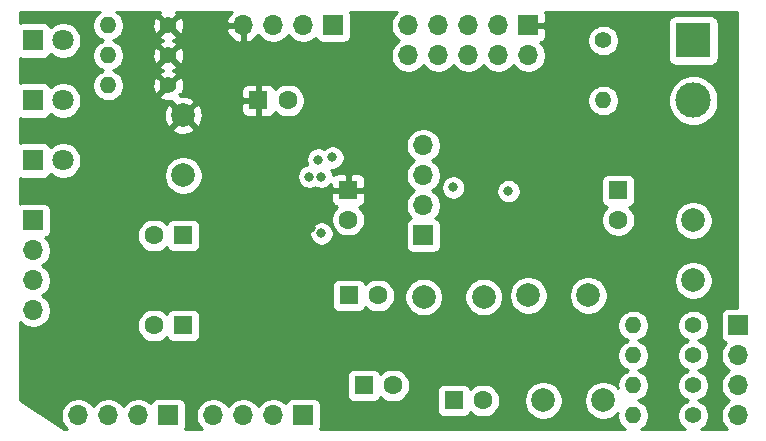
<source format=gbr>
G04 #@! TF.GenerationSoftware,KiCad,Pcbnew,5.1.5+dfsg1-2build2*
G04 #@! TF.CreationDate,2020-12-30T20:24:05+01:00*
G04 #@! TF.ProjectId,stm32f0can,73746d33-3266-4306-9361-6e2e6b696361,rev?*
G04 #@! TF.SameCoordinates,Original*
G04 #@! TF.FileFunction,Copper,L3,Inr*
G04 #@! TF.FilePolarity,Positive*
%FSLAX46Y46*%
G04 Gerber Fmt 4.6, Leading zero omitted, Abs format (unit mm)*
G04 Created by KiCad (PCBNEW 5.1.5+dfsg1-2build2) date 2020-12-30 20:24:05*
%MOMM*%
%LPD*%
G04 APERTURE LIST*
%ADD10C,1.600000*%
%ADD11R,1.600000X1.600000*%
%ADD12R,1.800000X1.800000*%
%ADD13C,1.800000*%
%ADD14R,3.000000X3.000000*%
%ADD15C,3.000000*%
%ADD16O,1.700000X1.700000*%
%ADD17R,1.700000X1.700000*%
%ADD18C,2.000000*%
%ADD19C,1.400000*%
%ADD20O,1.400000X1.400000*%
%ADD21C,0.800000*%
%ADD22C,0.254000*%
G04 APERTURE END LIST*
D10*
X123150000Y-105410000D03*
D11*
X120650000Y-105410000D03*
X128270000Y-112990000D03*
D10*
X128270000Y-115490000D03*
X139700000Y-130810000D03*
D11*
X137200000Y-130810000D03*
X129580000Y-129540000D03*
D10*
X132080000Y-129540000D03*
X130810000Y-121920000D03*
D11*
X128310000Y-121920000D03*
X151130000Y-113030000D03*
D10*
X151130000Y-115530000D03*
D11*
X114300000Y-124460000D03*
D10*
X111800000Y-124460000D03*
X111800000Y-116840000D03*
D11*
X114300000Y-116840000D03*
D12*
X101600000Y-100330000D03*
D13*
X104140000Y-100330000D03*
X104140000Y-105410000D03*
D12*
X101600000Y-105410000D03*
X101600000Y-110490000D03*
D13*
X104140000Y-110490000D03*
D14*
X157480000Y-100330000D03*
D15*
X157480000Y-105410000D03*
D16*
X119380000Y-99060000D03*
X121920000Y-99060000D03*
X124460000Y-99060000D03*
D17*
X127000000Y-99060000D03*
X143510000Y-99060000D03*
D16*
X143510000Y-101600000D03*
X140970000Y-99060000D03*
X140970000Y-101600000D03*
X138430000Y-99060000D03*
X138430000Y-101600000D03*
X135890000Y-99060000D03*
X135890000Y-101600000D03*
X133350000Y-99060000D03*
X133350000Y-101600000D03*
X116840000Y-132080000D03*
X119380000Y-132080000D03*
X121920000Y-132080000D03*
D17*
X124460000Y-132080000D03*
X161290000Y-124460000D03*
D16*
X161290000Y-127000000D03*
X161290000Y-129540000D03*
X161290000Y-132080000D03*
D17*
X101600000Y-115570000D03*
D16*
X101600000Y-118110000D03*
X101600000Y-120650000D03*
X101600000Y-123190000D03*
D17*
X113030000Y-132080000D03*
D16*
X110490000Y-132080000D03*
X107950000Y-132080000D03*
X105410000Y-132080000D03*
X134620000Y-109220000D03*
X134620000Y-111760000D03*
X134620000Y-114300000D03*
D17*
X134620000Y-116840000D03*
D18*
X114300000Y-106680000D03*
X114300000Y-111760000D03*
X149860000Y-130810000D03*
X144780000Y-130810000D03*
X143510000Y-121920000D03*
X148590000Y-121920000D03*
X139738100Y-122047000D03*
X134658100Y-122047000D03*
X157480000Y-115570000D03*
X157480000Y-120650000D03*
D19*
X149860000Y-100330000D03*
D20*
X149860000Y-105410000D03*
X152400000Y-132080000D03*
D19*
X157480000Y-132080000D03*
X157480000Y-129540000D03*
D20*
X152400000Y-129540000D03*
D19*
X157480000Y-127000000D03*
D20*
X152400000Y-127000000D03*
X152400000Y-124460000D03*
D19*
X157480000Y-124460000D03*
D20*
X107950000Y-99060000D03*
D19*
X113030000Y-99060000D03*
X113030000Y-101600000D03*
D20*
X107950000Y-101600000D03*
X107950000Y-104140000D03*
D19*
X113030000Y-104140000D03*
D21*
X141833600Y-113093500D03*
X125996837Y-116662644D03*
X146240500Y-115557300D03*
X125107700Y-116205000D03*
X137160000Y-112776000D03*
X125984000Y-111859998D03*
X126930856Y-110234448D03*
X124968000Y-111859998D03*
X125730000Y-110409998D03*
D22*
G36*
X107098987Y-98023038D02*
G01*
X106913038Y-98208987D01*
X106766939Y-98427641D01*
X106666304Y-98670595D01*
X106615000Y-98928514D01*
X106615000Y-99191486D01*
X106666304Y-99449405D01*
X106766939Y-99692359D01*
X106913038Y-99911013D01*
X107098987Y-100096962D01*
X107317641Y-100243061D01*
X107527530Y-100330000D01*
X107317641Y-100416939D01*
X107098987Y-100563038D01*
X106913038Y-100748987D01*
X106766939Y-100967641D01*
X106666304Y-101210595D01*
X106615000Y-101468514D01*
X106615000Y-101731486D01*
X106666304Y-101989405D01*
X106766939Y-102232359D01*
X106913038Y-102451013D01*
X107098987Y-102636962D01*
X107317641Y-102783061D01*
X107527530Y-102870000D01*
X107317641Y-102956939D01*
X107098987Y-103103038D01*
X106913038Y-103288987D01*
X106766939Y-103507641D01*
X106666304Y-103750595D01*
X106615000Y-104008514D01*
X106615000Y-104271486D01*
X106666304Y-104529405D01*
X106766939Y-104772359D01*
X106913038Y-104991013D01*
X107098987Y-105176962D01*
X107317641Y-105323061D01*
X107560595Y-105423696D01*
X107818514Y-105475000D01*
X108081486Y-105475000D01*
X108339405Y-105423696D01*
X108582359Y-105323061D01*
X108801013Y-105176962D01*
X108916706Y-105061269D01*
X112288336Y-105061269D01*
X112347797Y-105295037D01*
X112586242Y-105405934D01*
X112841740Y-105468183D01*
X113104473Y-105479390D01*
X113364344Y-105439125D01*
X113385140Y-105431532D01*
X113344192Y-105544587D01*
X114300000Y-106500395D01*
X115255808Y-105544587D01*
X115160044Y-105280186D01*
X114870429Y-105139296D01*
X114558892Y-105057616D01*
X114237405Y-105038282D01*
X113994673Y-105071569D01*
X114067925Y-104998317D01*
X113951271Y-104881663D01*
X114185037Y-104822203D01*
X114283729Y-104610000D01*
X119211928Y-104610000D01*
X119215000Y-105124250D01*
X119373750Y-105283000D01*
X120523000Y-105283000D01*
X120523000Y-104133750D01*
X120777000Y-104133750D01*
X120777000Y-105283000D01*
X120797000Y-105283000D01*
X120797000Y-105537000D01*
X120777000Y-105537000D01*
X120777000Y-106686250D01*
X120935750Y-106845000D01*
X121450000Y-106848072D01*
X121574482Y-106835812D01*
X121694180Y-106799502D01*
X121804494Y-106740537D01*
X121901185Y-106661185D01*
X121980537Y-106564494D01*
X122039502Y-106454180D01*
X122068661Y-106358057D01*
X122235241Y-106524637D01*
X122470273Y-106681680D01*
X122731426Y-106789853D01*
X123008665Y-106845000D01*
X123291335Y-106845000D01*
X123568574Y-106789853D01*
X123829727Y-106681680D01*
X124064759Y-106524637D01*
X124264637Y-106324759D01*
X124421680Y-106089727D01*
X124529853Y-105828574D01*
X124585000Y-105551335D01*
X124585000Y-105278514D01*
X148525000Y-105278514D01*
X148525000Y-105541486D01*
X148576304Y-105799405D01*
X148676939Y-106042359D01*
X148823038Y-106261013D01*
X149008987Y-106446962D01*
X149227641Y-106593061D01*
X149470595Y-106693696D01*
X149728514Y-106745000D01*
X149991486Y-106745000D01*
X150249405Y-106693696D01*
X150492359Y-106593061D01*
X150711013Y-106446962D01*
X150896962Y-106261013D01*
X151043061Y-106042359D01*
X151143696Y-105799405D01*
X151195000Y-105541486D01*
X151195000Y-105278514D01*
X151179327Y-105199721D01*
X155345000Y-105199721D01*
X155345000Y-105620279D01*
X155427047Y-106032756D01*
X155587988Y-106421302D01*
X155821637Y-106770983D01*
X156119017Y-107068363D01*
X156468698Y-107302012D01*
X156857244Y-107462953D01*
X157269721Y-107545000D01*
X157690279Y-107545000D01*
X158102756Y-107462953D01*
X158491302Y-107302012D01*
X158840983Y-107068363D01*
X159138363Y-106770983D01*
X159372012Y-106421302D01*
X159532953Y-106032756D01*
X159615000Y-105620279D01*
X159615000Y-105199721D01*
X159532953Y-104787244D01*
X159372012Y-104398698D01*
X159138363Y-104049017D01*
X158840983Y-103751637D01*
X158491302Y-103517988D01*
X158102756Y-103357047D01*
X157690279Y-103275000D01*
X157269721Y-103275000D01*
X156857244Y-103357047D01*
X156468698Y-103517988D01*
X156119017Y-103751637D01*
X155821637Y-104049017D01*
X155587988Y-104398698D01*
X155427047Y-104787244D01*
X155345000Y-105199721D01*
X151179327Y-105199721D01*
X151143696Y-105020595D01*
X151043061Y-104777641D01*
X150896962Y-104558987D01*
X150711013Y-104373038D01*
X150492359Y-104226939D01*
X150249405Y-104126304D01*
X149991486Y-104075000D01*
X149728514Y-104075000D01*
X149470595Y-104126304D01*
X149227641Y-104226939D01*
X149008987Y-104373038D01*
X148823038Y-104558987D01*
X148676939Y-104777641D01*
X148576304Y-105020595D01*
X148525000Y-105278514D01*
X124585000Y-105278514D01*
X124585000Y-105268665D01*
X124529853Y-104991426D01*
X124421680Y-104730273D01*
X124264637Y-104495241D01*
X124064759Y-104295363D01*
X123829727Y-104138320D01*
X123568574Y-104030147D01*
X123291335Y-103975000D01*
X123008665Y-103975000D01*
X122731426Y-104030147D01*
X122470273Y-104138320D01*
X122235241Y-104295363D01*
X122068661Y-104461943D01*
X122039502Y-104365820D01*
X121980537Y-104255506D01*
X121901185Y-104158815D01*
X121804494Y-104079463D01*
X121694180Y-104020498D01*
X121574482Y-103984188D01*
X121450000Y-103971928D01*
X120935750Y-103975000D01*
X120777000Y-104133750D01*
X120523000Y-104133750D01*
X120364250Y-103975000D01*
X119850000Y-103971928D01*
X119725518Y-103984188D01*
X119605820Y-104020498D01*
X119495506Y-104079463D01*
X119398815Y-104158815D01*
X119319463Y-104255506D01*
X119260498Y-104365820D01*
X119224188Y-104485518D01*
X119211928Y-104610000D01*
X114283729Y-104610000D01*
X114295934Y-104583758D01*
X114358183Y-104328260D01*
X114369390Y-104065527D01*
X114329125Y-103805656D01*
X114238935Y-103558634D01*
X114185037Y-103457797D01*
X113951269Y-103398336D01*
X113209605Y-104140000D01*
X113223748Y-104154143D01*
X113044143Y-104333748D01*
X113030000Y-104319605D01*
X112288336Y-105061269D01*
X108916706Y-105061269D01*
X108986962Y-104991013D01*
X109133061Y-104772359D01*
X109233696Y-104529405D01*
X109285000Y-104271486D01*
X109285000Y-104214473D01*
X111690610Y-104214473D01*
X111730875Y-104474344D01*
X111821065Y-104721366D01*
X111874963Y-104822203D01*
X112108731Y-104881664D01*
X112850395Y-104140000D01*
X112108731Y-103398336D01*
X111874963Y-103457797D01*
X111764066Y-103696242D01*
X111701817Y-103951740D01*
X111690610Y-104214473D01*
X109285000Y-104214473D01*
X109285000Y-104008514D01*
X109233696Y-103750595D01*
X109133061Y-103507641D01*
X108986962Y-103288987D01*
X108801013Y-103103038D01*
X108582359Y-102956939D01*
X108372470Y-102870000D01*
X108582359Y-102783061D01*
X108801013Y-102636962D01*
X108916706Y-102521269D01*
X112288336Y-102521269D01*
X112347797Y-102755037D01*
X112586242Y-102865934D01*
X112610701Y-102871893D01*
X112448634Y-102931065D01*
X112347797Y-102984963D01*
X112288336Y-103218731D01*
X113030000Y-103960395D01*
X113771664Y-103218731D01*
X113712203Y-102984963D01*
X113473758Y-102874066D01*
X113449299Y-102868107D01*
X113611366Y-102808935D01*
X113712203Y-102755037D01*
X113771664Y-102521269D01*
X113030000Y-101779605D01*
X112288336Y-102521269D01*
X108916706Y-102521269D01*
X108986962Y-102451013D01*
X109133061Y-102232359D01*
X109233696Y-101989405D01*
X109285000Y-101731486D01*
X109285000Y-101674473D01*
X111690610Y-101674473D01*
X111730875Y-101934344D01*
X111821065Y-102181366D01*
X111874963Y-102282203D01*
X112108731Y-102341664D01*
X112850395Y-101600000D01*
X113209605Y-101600000D01*
X113951269Y-102341664D01*
X114185037Y-102282203D01*
X114295934Y-102043758D01*
X114358183Y-101788260D01*
X114369390Y-101525527D01*
X114329125Y-101265656D01*
X114238935Y-101018634D01*
X114185037Y-100917797D01*
X113951269Y-100858336D01*
X113209605Y-101600000D01*
X112850395Y-101600000D01*
X112108731Y-100858336D01*
X111874963Y-100917797D01*
X111764066Y-101156242D01*
X111701817Y-101411740D01*
X111690610Y-101674473D01*
X109285000Y-101674473D01*
X109285000Y-101468514D01*
X109233696Y-101210595D01*
X109133061Y-100967641D01*
X108986962Y-100748987D01*
X108801013Y-100563038D01*
X108582359Y-100416939D01*
X108372470Y-100330000D01*
X108582359Y-100243061D01*
X108801013Y-100096962D01*
X108916706Y-99981269D01*
X112288336Y-99981269D01*
X112347797Y-100215037D01*
X112586242Y-100325934D01*
X112610701Y-100331893D01*
X112448634Y-100391065D01*
X112347797Y-100444963D01*
X112288336Y-100678731D01*
X113030000Y-101420395D01*
X113771664Y-100678731D01*
X113712203Y-100444963D01*
X113473758Y-100334066D01*
X113449299Y-100328107D01*
X113611366Y-100268935D01*
X113712203Y-100215037D01*
X113771664Y-99981269D01*
X113030000Y-99239605D01*
X112288336Y-99981269D01*
X108916706Y-99981269D01*
X108986962Y-99911013D01*
X109133061Y-99692359D01*
X109233696Y-99449405D01*
X109285000Y-99191486D01*
X109285000Y-99134473D01*
X111690610Y-99134473D01*
X111730875Y-99394344D01*
X111821065Y-99641366D01*
X111874963Y-99742203D01*
X112108731Y-99801664D01*
X112850395Y-99060000D01*
X113209605Y-99060000D01*
X113951269Y-99801664D01*
X114185037Y-99742203D01*
X114295934Y-99503758D01*
X114317098Y-99416891D01*
X117938519Y-99416891D01*
X118035843Y-99691252D01*
X118184822Y-99941355D01*
X118379731Y-100157588D01*
X118613080Y-100331641D01*
X118875901Y-100456825D01*
X119023110Y-100501476D01*
X119253000Y-100380155D01*
X119253000Y-99187000D01*
X118059186Y-99187000D01*
X117938519Y-99416891D01*
X114317098Y-99416891D01*
X114358183Y-99248260D01*
X114369390Y-98985527D01*
X114329125Y-98725656D01*
X114238935Y-98478634D01*
X114185037Y-98377797D01*
X113951269Y-98318336D01*
X113209605Y-99060000D01*
X112850395Y-99060000D01*
X112108731Y-98318336D01*
X111874963Y-98377797D01*
X111764066Y-98616242D01*
X111701817Y-98871740D01*
X111690610Y-99134473D01*
X109285000Y-99134473D01*
X109285000Y-98928514D01*
X109233696Y-98670595D01*
X109133061Y-98427641D01*
X108986962Y-98208987D01*
X108801013Y-98023038D01*
X108642315Y-97917000D01*
X112344735Y-97917000D01*
X112288336Y-98138731D01*
X113030000Y-98880395D01*
X113771664Y-98138731D01*
X113715265Y-97917000D01*
X118440614Y-97917000D01*
X118379731Y-97962412D01*
X118184822Y-98178645D01*
X118035843Y-98428748D01*
X117938519Y-98703109D01*
X118059186Y-98933000D01*
X119253000Y-98933000D01*
X119253000Y-98913000D01*
X119507000Y-98913000D01*
X119507000Y-98933000D01*
X119527000Y-98933000D01*
X119527000Y-99187000D01*
X119507000Y-99187000D01*
X119507000Y-100380155D01*
X119736890Y-100501476D01*
X119884099Y-100456825D01*
X120146920Y-100331641D01*
X120380269Y-100157588D01*
X120575178Y-99941355D01*
X120644805Y-99824466D01*
X120766525Y-100006632D01*
X120973368Y-100213475D01*
X121216589Y-100375990D01*
X121486842Y-100487932D01*
X121773740Y-100545000D01*
X122066260Y-100545000D01*
X122353158Y-100487932D01*
X122623411Y-100375990D01*
X122866632Y-100213475D01*
X123073475Y-100006632D01*
X123190000Y-99832240D01*
X123306525Y-100006632D01*
X123513368Y-100213475D01*
X123756589Y-100375990D01*
X124026842Y-100487932D01*
X124313740Y-100545000D01*
X124606260Y-100545000D01*
X124893158Y-100487932D01*
X125163411Y-100375990D01*
X125406632Y-100213475D01*
X125538487Y-100081620D01*
X125560498Y-100154180D01*
X125619463Y-100264494D01*
X125698815Y-100361185D01*
X125795506Y-100440537D01*
X125905820Y-100499502D01*
X126025518Y-100535812D01*
X126150000Y-100548072D01*
X127850000Y-100548072D01*
X127974482Y-100535812D01*
X128094180Y-100499502D01*
X128204494Y-100440537D01*
X128301185Y-100361185D01*
X128380537Y-100264494D01*
X128439502Y-100154180D01*
X128475812Y-100034482D01*
X128488072Y-99910000D01*
X128488072Y-98210000D01*
X128475812Y-98085518D01*
X128439502Y-97965820D01*
X128413407Y-97917000D01*
X132392893Y-97917000D01*
X132196525Y-98113368D01*
X132034010Y-98356589D01*
X131922068Y-98626842D01*
X131865000Y-98913740D01*
X131865000Y-99206260D01*
X131922068Y-99493158D01*
X132034010Y-99763411D01*
X132196525Y-100006632D01*
X132403368Y-100213475D01*
X132577760Y-100330000D01*
X132403368Y-100446525D01*
X132196525Y-100653368D01*
X132034010Y-100896589D01*
X131922068Y-101166842D01*
X131865000Y-101453740D01*
X131865000Y-101746260D01*
X131922068Y-102033158D01*
X132034010Y-102303411D01*
X132196525Y-102546632D01*
X132403368Y-102753475D01*
X132646589Y-102915990D01*
X132916842Y-103027932D01*
X133203740Y-103085000D01*
X133496260Y-103085000D01*
X133783158Y-103027932D01*
X134053411Y-102915990D01*
X134296632Y-102753475D01*
X134503475Y-102546632D01*
X134620000Y-102372240D01*
X134736525Y-102546632D01*
X134943368Y-102753475D01*
X135186589Y-102915990D01*
X135456842Y-103027932D01*
X135743740Y-103085000D01*
X136036260Y-103085000D01*
X136323158Y-103027932D01*
X136593411Y-102915990D01*
X136836632Y-102753475D01*
X137043475Y-102546632D01*
X137160000Y-102372240D01*
X137276525Y-102546632D01*
X137483368Y-102753475D01*
X137726589Y-102915990D01*
X137996842Y-103027932D01*
X138283740Y-103085000D01*
X138576260Y-103085000D01*
X138863158Y-103027932D01*
X139133411Y-102915990D01*
X139376632Y-102753475D01*
X139583475Y-102546632D01*
X139700000Y-102372240D01*
X139816525Y-102546632D01*
X140023368Y-102753475D01*
X140266589Y-102915990D01*
X140536842Y-103027932D01*
X140823740Y-103085000D01*
X141116260Y-103085000D01*
X141403158Y-103027932D01*
X141673411Y-102915990D01*
X141916632Y-102753475D01*
X142123475Y-102546632D01*
X142240000Y-102372240D01*
X142356525Y-102546632D01*
X142563368Y-102753475D01*
X142806589Y-102915990D01*
X143076842Y-103027932D01*
X143363740Y-103085000D01*
X143656260Y-103085000D01*
X143943158Y-103027932D01*
X144213411Y-102915990D01*
X144456632Y-102753475D01*
X144663475Y-102546632D01*
X144825990Y-102303411D01*
X144937932Y-102033158D01*
X144995000Y-101746260D01*
X144995000Y-101453740D01*
X144937932Y-101166842D01*
X144825990Y-100896589D01*
X144663475Y-100653368D01*
X144531620Y-100521513D01*
X144604180Y-100499502D01*
X144714494Y-100440537D01*
X144811185Y-100361185D01*
X144890537Y-100264494D01*
X144925804Y-100198514D01*
X148525000Y-100198514D01*
X148525000Y-100461486D01*
X148576304Y-100719405D01*
X148676939Y-100962359D01*
X148823038Y-101181013D01*
X149008987Y-101366962D01*
X149227641Y-101513061D01*
X149470595Y-101613696D01*
X149728514Y-101665000D01*
X149991486Y-101665000D01*
X150249405Y-101613696D01*
X150492359Y-101513061D01*
X150711013Y-101366962D01*
X150896962Y-101181013D01*
X151043061Y-100962359D01*
X151143696Y-100719405D01*
X151195000Y-100461486D01*
X151195000Y-100198514D01*
X151143696Y-99940595D01*
X151043061Y-99697641D01*
X150896962Y-99478987D01*
X150711013Y-99293038D01*
X150492359Y-99146939D01*
X150249405Y-99046304D01*
X149991486Y-98995000D01*
X149728514Y-98995000D01*
X149470595Y-99046304D01*
X149227641Y-99146939D01*
X149008987Y-99293038D01*
X148823038Y-99478987D01*
X148676939Y-99697641D01*
X148576304Y-99940595D01*
X148525000Y-100198514D01*
X144925804Y-100198514D01*
X144949502Y-100154180D01*
X144985812Y-100034482D01*
X144998072Y-99910000D01*
X144995000Y-99345750D01*
X144836250Y-99187000D01*
X143637000Y-99187000D01*
X143637000Y-99207000D01*
X143383000Y-99207000D01*
X143383000Y-99187000D01*
X143363000Y-99187000D01*
X143363000Y-98933000D01*
X143383000Y-98933000D01*
X143383000Y-98913000D01*
X143637000Y-98913000D01*
X143637000Y-98933000D01*
X144836250Y-98933000D01*
X144939250Y-98830000D01*
X155341928Y-98830000D01*
X155341928Y-101830000D01*
X155354188Y-101954482D01*
X155390498Y-102074180D01*
X155449463Y-102184494D01*
X155528815Y-102281185D01*
X155625506Y-102360537D01*
X155735820Y-102419502D01*
X155855518Y-102455812D01*
X155980000Y-102468072D01*
X158980000Y-102468072D01*
X159104482Y-102455812D01*
X159224180Y-102419502D01*
X159334494Y-102360537D01*
X159431185Y-102281185D01*
X159510537Y-102184494D01*
X159569502Y-102074180D01*
X159605812Y-101954482D01*
X159618072Y-101830000D01*
X159618072Y-98830000D01*
X159605812Y-98705518D01*
X159569502Y-98585820D01*
X159510537Y-98475506D01*
X159431185Y-98378815D01*
X159334494Y-98299463D01*
X159224180Y-98240498D01*
X159104482Y-98204188D01*
X158980000Y-98191928D01*
X155980000Y-98191928D01*
X155855518Y-98204188D01*
X155735820Y-98240498D01*
X155625506Y-98299463D01*
X155528815Y-98378815D01*
X155449463Y-98475506D01*
X155390498Y-98585820D01*
X155354188Y-98705518D01*
X155341928Y-98830000D01*
X144939250Y-98830000D01*
X144995000Y-98774250D01*
X144998072Y-98210000D01*
X144985812Y-98085518D01*
X144949502Y-97965820D01*
X144923407Y-97917000D01*
X161163000Y-97917000D01*
X161163000Y-122971928D01*
X160440000Y-122971928D01*
X160315518Y-122984188D01*
X160195820Y-123020498D01*
X160085506Y-123079463D01*
X159988815Y-123158815D01*
X159909463Y-123255506D01*
X159850498Y-123365820D01*
X159814188Y-123485518D01*
X159801928Y-123610000D01*
X159801928Y-125310000D01*
X159814188Y-125434482D01*
X159850498Y-125554180D01*
X159909463Y-125664494D01*
X159988815Y-125761185D01*
X160085506Y-125840537D01*
X160195820Y-125899502D01*
X160268380Y-125921513D01*
X160136525Y-126053368D01*
X159974010Y-126296589D01*
X159862068Y-126566842D01*
X159805000Y-126853740D01*
X159805000Y-127146260D01*
X159862068Y-127433158D01*
X159974010Y-127703411D01*
X160136525Y-127946632D01*
X160343368Y-128153475D01*
X160517760Y-128270000D01*
X160343368Y-128386525D01*
X160136525Y-128593368D01*
X159974010Y-128836589D01*
X159862068Y-129106842D01*
X159805000Y-129393740D01*
X159805000Y-129686260D01*
X159862068Y-129973158D01*
X159974010Y-130243411D01*
X160136525Y-130486632D01*
X160343368Y-130693475D01*
X160517760Y-130810000D01*
X160343368Y-130926525D01*
X160136525Y-131133368D01*
X159974010Y-131376589D01*
X159862068Y-131646842D01*
X159805000Y-131933740D01*
X159805000Y-132226260D01*
X159862068Y-132513158D01*
X159974010Y-132783411D01*
X160136525Y-133026632D01*
X160332893Y-133223000D01*
X158172315Y-133223000D01*
X158331013Y-133116962D01*
X158516962Y-132931013D01*
X158663061Y-132712359D01*
X158763696Y-132469405D01*
X158815000Y-132211486D01*
X158815000Y-131948514D01*
X158763696Y-131690595D01*
X158663061Y-131447641D01*
X158516962Y-131228987D01*
X158331013Y-131043038D01*
X158112359Y-130896939D01*
X157902470Y-130810000D01*
X158112359Y-130723061D01*
X158331013Y-130576962D01*
X158516962Y-130391013D01*
X158663061Y-130172359D01*
X158763696Y-129929405D01*
X158815000Y-129671486D01*
X158815000Y-129408514D01*
X158763696Y-129150595D01*
X158663061Y-128907641D01*
X158516962Y-128688987D01*
X158331013Y-128503038D01*
X158112359Y-128356939D01*
X157902470Y-128270000D01*
X158112359Y-128183061D01*
X158331013Y-128036962D01*
X158516962Y-127851013D01*
X158663061Y-127632359D01*
X158763696Y-127389405D01*
X158815000Y-127131486D01*
X158815000Y-126868514D01*
X158763696Y-126610595D01*
X158663061Y-126367641D01*
X158516962Y-126148987D01*
X158331013Y-125963038D01*
X158112359Y-125816939D01*
X157902470Y-125730000D01*
X158112359Y-125643061D01*
X158331013Y-125496962D01*
X158516962Y-125311013D01*
X158663061Y-125092359D01*
X158763696Y-124849405D01*
X158815000Y-124591486D01*
X158815000Y-124328514D01*
X158763696Y-124070595D01*
X158663061Y-123827641D01*
X158516962Y-123608987D01*
X158331013Y-123423038D01*
X158112359Y-123276939D01*
X157869405Y-123176304D01*
X157611486Y-123125000D01*
X157348514Y-123125000D01*
X157090595Y-123176304D01*
X156847641Y-123276939D01*
X156628987Y-123423038D01*
X156443038Y-123608987D01*
X156296939Y-123827641D01*
X156196304Y-124070595D01*
X156145000Y-124328514D01*
X156145000Y-124591486D01*
X156196304Y-124849405D01*
X156296939Y-125092359D01*
X156443038Y-125311013D01*
X156628987Y-125496962D01*
X156847641Y-125643061D01*
X157057530Y-125730000D01*
X156847641Y-125816939D01*
X156628987Y-125963038D01*
X156443038Y-126148987D01*
X156296939Y-126367641D01*
X156196304Y-126610595D01*
X156145000Y-126868514D01*
X156145000Y-127131486D01*
X156196304Y-127389405D01*
X156296939Y-127632359D01*
X156443038Y-127851013D01*
X156628987Y-128036962D01*
X156847641Y-128183061D01*
X157057530Y-128270000D01*
X156847641Y-128356939D01*
X156628987Y-128503038D01*
X156443038Y-128688987D01*
X156296939Y-128907641D01*
X156196304Y-129150595D01*
X156145000Y-129408514D01*
X156145000Y-129671486D01*
X156196304Y-129929405D01*
X156296939Y-130172359D01*
X156443038Y-130391013D01*
X156628987Y-130576962D01*
X156847641Y-130723061D01*
X157057530Y-130810000D01*
X156847641Y-130896939D01*
X156628987Y-131043038D01*
X156443038Y-131228987D01*
X156296939Y-131447641D01*
X156196304Y-131690595D01*
X156145000Y-131948514D01*
X156145000Y-132211486D01*
X156196304Y-132469405D01*
X156296939Y-132712359D01*
X156443038Y-132931013D01*
X156628987Y-133116962D01*
X156787685Y-133223000D01*
X153092315Y-133223000D01*
X153251013Y-133116962D01*
X153436962Y-132931013D01*
X153583061Y-132712359D01*
X153683696Y-132469405D01*
X153735000Y-132211486D01*
X153735000Y-131948514D01*
X153683696Y-131690595D01*
X153583061Y-131447641D01*
X153436962Y-131228987D01*
X153251013Y-131043038D01*
X153032359Y-130896939D01*
X152822470Y-130810000D01*
X153032359Y-130723061D01*
X153251013Y-130576962D01*
X153436962Y-130391013D01*
X153583061Y-130172359D01*
X153683696Y-129929405D01*
X153735000Y-129671486D01*
X153735000Y-129408514D01*
X153683696Y-129150595D01*
X153583061Y-128907641D01*
X153436962Y-128688987D01*
X153251013Y-128503038D01*
X153032359Y-128356939D01*
X152822470Y-128270000D01*
X153032359Y-128183061D01*
X153251013Y-128036962D01*
X153436962Y-127851013D01*
X153583061Y-127632359D01*
X153683696Y-127389405D01*
X153735000Y-127131486D01*
X153735000Y-126868514D01*
X153683696Y-126610595D01*
X153583061Y-126367641D01*
X153436962Y-126148987D01*
X153251013Y-125963038D01*
X153032359Y-125816939D01*
X152822470Y-125730000D01*
X153032359Y-125643061D01*
X153251013Y-125496962D01*
X153436962Y-125311013D01*
X153583061Y-125092359D01*
X153683696Y-124849405D01*
X153735000Y-124591486D01*
X153735000Y-124328514D01*
X153683696Y-124070595D01*
X153583061Y-123827641D01*
X153436962Y-123608987D01*
X153251013Y-123423038D01*
X153032359Y-123276939D01*
X152789405Y-123176304D01*
X152531486Y-123125000D01*
X152268514Y-123125000D01*
X152010595Y-123176304D01*
X151767641Y-123276939D01*
X151548987Y-123423038D01*
X151363038Y-123608987D01*
X151216939Y-123827641D01*
X151116304Y-124070595D01*
X151065000Y-124328514D01*
X151065000Y-124591486D01*
X151116304Y-124849405D01*
X151216939Y-125092359D01*
X151363038Y-125311013D01*
X151548987Y-125496962D01*
X151767641Y-125643061D01*
X151977530Y-125730000D01*
X151767641Y-125816939D01*
X151548987Y-125963038D01*
X151363038Y-126148987D01*
X151216939Y-126367641D01*
X151116304Y-126610595D01*
X151065000Y-126868514D01*
X151065000Y-127131486D01*
X151116304Y-127389405D01*
X151216939Y-127632359D01*
X151363038Y-127851013D01*
X151548987Y-128036962D01*
X151767641Y-128183061D01*
X151977530Y-128270000D01*
X151767641Y-128356939D01*
X151548987Y-128503038D01*
X151363038Y-128688987D01*
X151216939Y-128907641D01*
X151116304Y-129150595D01*
X151065000Y-129408514D01*
X151065000Y-129671486D01*
X151072766Y-129710527D01*
X150902252Y-129540013D01*
X150634463Y-129361082D01*
X150336912Y-129237832D01*
X150021033Y-129175000D01*
X149698967Y-129175000D01*
X149383088Y-129237832D01*
X149085537Y-129361082D01*
X148817748Y-129540013D01*
X148590013Y-129767748D01*
X148411082Y-130035537D01*
X148287832Y-130333088D01*
X148225000Y-130648967D01*
X148225000Y-130971033D01*
X148287832Y-131286912D01*
X148411082Y-131584463D01*
X148590013Y-131852252D01*
X148817748Y-132079987D01*
X149085537Y-132258918D01*
X149383088Y-132382168D01*
X149698967Y-132445000D01*
X150021033Y-132445000D01*
X150336912Y-132382168D01*
X150634463Y-132258918D01*
X150902252Y-132079987D01*
X151072766Y-131909473D01*
X151065000Y-131948514D01*
X151065000Y-132211486D01*
X151116304Y-132469405D01*
X151216939Y-132712359D01*
X151363038Y-132931013D01*
X151548987Y-133116962D01*
X151707685Y-133223000D01*
X125873407Y-133223000D01*
X125899502Y-133174180D01*
X125935812Y-133054482D01*
X125948072Y-132930000D01*
X125948072Y-131230000D01*
X125935812Y-131105518D01*
X125899502Y-130985820D01*
X125840537Y-130875506D01*
X125761185Y-130778815D01*
X125664494Y-130699463D01*
X125554180Y-130640498D01*
X125434482Y-130604188D01*
X125310000Y-130591928D01*
X123610000Y-130591928D01*
X123485518Y-130604188D01*
X123365820Y-130640498D01*
X123255506Y-130699463D01*
X123158815Y-130778815D01*
X123079463Y-130875506D01*
X123020498Y-130985820D01*
X122998487Y-131058380D01*
X122866632Y-130926525D01*
X122623411Y-130764010D01*
X122353158Y-130652068D01*
X122066260Y-130595000D01*
X121773740Y-130595000D01*
X121486842Y-130652068D01*
X121216589Y-130764010D01*
X120973368Y-130926525D01*
X120766525Y-131133368D01*
X120650000Y-131307760D01*
X120533475Y-131133368D01*
X120326632Y-130926525D01*
X120083411Y-130764010D01*
X119813158Y-130652068D01*
X119526260Y-130595000D01*
X119233740Y-130595000D01*
X118946842Y-130652068D01*
X118676589Y-130764010D01*
X118433368Y-130926525D01*
X118226525Y-131133368D01*
X118110000Y-131307760D01*
X117993475Y-131133368D01*
X117786632Y-130926525D01*
X117543411Y-130764010D01*
X117273158Y-130652068D01*
X116986260Y-130595000D01*
X116693740Y-130595000D01*
X116406842Y-130652068D01*
X116136589Y-130764010D01*
X115893368Y-130926525D01*
X115686525Y-131133368D01*
X115524010Y-131376589D01*
X115412068Y-131646842D01*
X115355000Y-131933740D01*
X115355000Y-132226260D01*
X115412068Y-132513158D01*
X115524010Y-132783411D01*
X115686525Y-133026632D01*
X115882893Y-133223000D01*
X114443407Y-133223000D01*
X114469502Y-133174180D01*
X114505812Y-133054482D01*
X114518072Y-132930000D01*
X114518072Y-131230000D01*
X114505812Y-131105518D01*
X114469502Y-130985820D01*
X114410537Y-130875506D01*
X114331185Y-130778815D01*
X114234494Y-130699463D01*
X114124180Y-130640498D01*
X114004482Y-130604188D01*
X113880000Y-130591928D01*
X112180000Y-130591928D01*
X112055518Y-130604188D01*
X111935820Y-130640498D01*
X111825506Y-130699463D01*
X111728815Y-130778815D01*
X111649463Y-130875506D01*
X111590498Y-130985820D01*
X111568487Y-131058380D01*
X111436632Y-130926525D01*
X111193411Y-130764010D01*
X110923158Y-130652068D01*
X110636260Y-130595000D01*
X110343740Y-130595000D01*
X110056842Y-130652068D01*
X109786589Y-130764010D01*
X109543368Y-130926525D01*
X109336525Y-131133368D01*
X109220000Y-131307760D01*
X109103475Y-131133368D01*
X108896632Y-130926525D01*
X108653411Y-130764010D01*
X108383158Y-130652068D01*
X108096260Y-130595000D01*
X107803740Y-130595000D01*
X107516842Y-130652068D01*
X107246589Y-130764010D01*
X107003368Y-130926525D01*
X106796525Y-131133368D01*
X106680000Y-131307760D01*
X106563475Y-131133368D01*
X106356632Y-130926525D01*
X106113411Y-130764010D01*
X105843158Y-130652068D01*
X105556260Y-130595000D01*
X105263740Y-130595000D01*
X104976842Y-130652068D01*
X104706589Y-130764010D01*
X104463368Y-130926525D01*
X104256525Y-131133368D01*
X104094010Y-131376589D01*
X103982068Y-131646842D01*
X103925000Y-131933740D01*
X103925000Y-132226260D01*
X103982068Y-132513158D01*
X104094010Y-132783411D01*
X104256525Y-133026632D01*
X104452893Y-133223000D01*
X104178452Y-133223000D01*
X100457000Y-130742032D01*
X100457000Y-128740000D01*
X128141928Y-128740000D01*
X128141928Y-130340000D01*
X128154188Y-130464482D01*
X128190498Y-130584180D01*
X128249463Y-130694494D01*
X128328815Y-130791185D01*
X128425506Y-130870537D01*
X128535820Y-130929502D01*
X128655518Y-130965812D01*
X128780000Y-130978072D01*
X130380000Y-130978072D01*
X130504482Y-130965812D01*
X130624180Y-130929502D01*
X130734494Y-130870537D01*
X130831185Y-130791185D01*
X130910537Y-130694494D01*
X130969502Y-130584180D01*
X130998661Y-130488057D01*
X131165241Y-130654637D01*
X131400273Y-130811680D01*
X131661426Y-130919853D01*
X131938665Y-130975000D01*
X132221335Y-130975000D01*
X132498574Y-130919853D01*
X132759727Y-130811680D01*
X132994759Y-130654637D01*
X133194637Y-130454759D01*
X133351680Y-130219727D01*
X133438551Y-130010000D01*
X135761928Y-130010000D01*
X135761928Y-131610000D01*
X135774188Y-131734482D01*
X135810498Y-131854180D01*
X135869463Y-131964494D01*
X135948815Y-132061185D01*
X136045506Y-132140537D01*
X136155820Y-132199502D01*
X136275518Y-132235812D01*
X136400000Y-132248072D01*
X138000000Y-132248072D01*
X138124482Y-132235812D01*
X138244180Y-132199502D01*
X138354494Y-132140537D01*
X138451185Y-132061185D01*
X138530537Y-131964494D01*
X138589502Y-131854180D01*
X138618661Y-131758057D01*
X138785241Y-131924637D01*
X139020273Y-132081680D01*
X139281426Y-132189853D01*
X139558665Y-132245000D01*
X139841335Y-132245000D01*
X140118574Y-132189853D01*
X140379727Y-132081680D01*
X140614759Y-131924637D01*
X140814637Y-131724759D01*
X140971680Y-131489727D01*
X141079853Y-131228574D01*
X141135000Y-130951335D01*
X141135000Y-130668665D01*
X141131082Y-130648967D01*
X143145000Y-130648967D01*
X143145000Y-130971033D01*
X143207832Y-131286912D01*
X143331082Y-131584463D01*
X143510013Y-131852252D01*
X143737748Y-132079987D01*
X144005537Y-132258918D01*
X144303088Y-132382168D01*
X144618967Y-132445000D01*
X144941033Y-132445000D01*
X145256912Y-132382168D01*
X145554463Y-132258918D01*
X145822252Y-132079987D01*
X146049987Y-131852252D01*
X146228918Y-131584463D01*
X146352168Y-131286912D01*
X146415000Y-130971033D01*
X146415000Y-130648967D01*
X146352168Y-130333088D01*
X146228918Y-130035537D01*
X146049987Y-129767748D01*
X145822252Y-129540013D01*
X145554463Y-129361082D01*
X145256912Y-129237832D01*
X144941033Y-129175000D01*
X144618967Y-129175000D01*
X144303088Y-129237832D01*
X144005537Y-129361082D01*
X143737748Y-129540013D01*
X143510013Y-129767748D01*
X143331082Y-130035537D01*
X143207832Y-130333088D01*
X143145000Y-130648967D01*
X141131082Y-130648967D01*
X141079853Y-130391426D01*
X140971680Y-130130273D01*
X140814637Y-129895241D01*
X140614759Y-129695363D01*
X140379727Y-129538320D01*
X140118574Y-129430147D01*
X139841335Y-129375000D01*
X139558665Y-129375000D01*
X139281426Y-129430147D01*
X139020273Y-129538320D01*
X138785241Y-129695363D01*
X138618661Y-129861943D01*
X138589502Y-129765820D01*
X138530537Y-129655506D01*
X138451185Y-129558815D01*
X138354494Y-129479463D01*
X138244180Y-129420498D01*
X138124482Y-129384188D01*
X138000000Y-129371928D01*
X136400000Y-129371928D01*
X136275518Y-129384188D01*
X136155820Y-129420498D01*
X136045506Y-129479463D01*
X135948815Y-129558815D01*
X135869463Y-129655506D01*
X135810498Y-129765820D01*
X135774188Y-129885518D01*
X135761928Y-130010000D01*
X133438551Y-130010000D01*
X133459853Y-129958574D01*
X133515000Y-129681335D01*
X133515000Y-129398665D01*
X133459853Y-129121426D01*
X133351680Y-128860273D01*
X133194637Y-128625241D01*
X132994759Y-128425363D01*
X132759727Y-128268320D01*
X132498574Y-128160147D01*
X132221335Y-128105000D01*
X131938665Y-128105000D01*
X131661426Y-128160147D01*
X131400273Y-128268320D01*
X131165241Y-128425363D01*
X130998661Y-128591943D01*
X130969502Y-128495820D01*
X130910537Y-128385506D01*
X130831185Y-128288815D01*
X130734494Y-128209463D01*
X130624180Y-128150498D01*
X130504482Y-128114188D01*
X130380000Y-128101928D01*
X128780000Y-128101928D01*
X128655518Y-128114188D01*
X128535820Y-128150498D01*
X128425506Y-128209463D01*
X128328815Y-128288815D01*
X128249463Y-128385506D01*
X128190498Y-128495820D01*
X128154188Y-128615518D01*
X128141928Y-128740000D01*
X100457000Y-128740000D01*
X100457000Y-124147107D01*
X100653368Y-124343475D01*
X100896589Y-124505990D01*
X101166842Y-124617932D01*
X101453740Y-124675000D01*
X101746260Y-124675000D01*
X102033158Y-124617932D01*
X102303411Y-124505990D01*
X102546632Y-124343475D01*
X102571442Y-124318665D01*
X110365000Y-124318665D01*
X110365000Y-124601335D01*
X110420147Y-124878574D01*
X110528320Y-125139727D01*
X110685363Y-125374759D01*
X110885241Y-125574637D01*
X111120273Y-125731680D01*
X111381426Y-125839853D01*
X111658665Y-125895000D01*
X111941335Y-125895000D01*
X112218574Y-125839853D01*
X112479727Y-125731680D01*
X112714759Y-125574637D01*
X112881339Y-125408057D01*
X112910498Y-125504180D01*
X112969463Y-125614494D01*
X113048815Y-125711185D01*
X113145506Y-125790537D01*
X113255820Y-125849502D01*
X113375518Y-125885812D01*
X113500000Y-125898072D01*
X115100000Y-125898072D01*
X115224482Y-125885812D01*
X115344180Y-125849502D01*
X115454494Y-125790537D01*
X115551185Y-125711185D01*
X115630537Y-125614494D01*
X115689502Y-125504180D01*
X115725812Y-125384482D01*
X115738072Y-125260000D01*
X115738072Y-123660000D01*
X115725812Y-123535518D01*
X115689502Y-123415820D01*
X115630537Y-123305506D01*
X115551185Y-123208815D01*
X115454494Y-123129463D01*
X115344180Y-123070498D01*
X115224482Y-123034188D01*
X115100000Y-123021928D01*
X113500000Y-123021928D01*
X113375518Y-123034188D01*
X113255820Y-123070498D01*
X113145506Y-123129463D01*
X113048815Y-123208815D01*
X112969463Y-123305506D01*
X112910498Y-123415820D01*
X112881339Y-123511943D01*
X112714759Y-123345363D01*
X112479727Y-123188320D01*
X112218574Y-123080147D01*
X111941335Y-123025000D01*
X111658665Y-123025000D01*
X111381426Y-123080147D01*
X111120273Y-123188320D01*
X110885241Y-123345363D01*
X110685363Y-123545241D01*
X110528320Y-123780273D01*
X110420147Y-124041426D01*
X110365000Y-124318665D01*
X102571442Y-124318665D01*
X102753475Y-124136632D01*
X102915990Y-123893411D01*
X103027932Y-123623158D01*
X103085000Y-123336260D01*
X103085000Y-123043740D01*
X103027932Y-122756842D01*
X102915990Y-122486589D01*
X102753475Y-122243368D01*
X102546632Y-122036525D01*
X102372240Y-121920000D01*
X102546632Y-121803475D01*
X102753475Y-121596632D01*
X102915990Y-121353411D01*
X103012671Y-121120000D01*
X126871928Y-121120000D01*
X126871928Y-122720000D01*
X126884188Y-122844482D01*
X126920498Y-122964180D01*
X126979463Y-123074494D01*
X127058815Y-123171185D01*
X127155506Y-123250537D01*
X127265820Y-123309502D01*
X127385518Y-123345812D01*
X127510000Y-123358072D01*
X129110000Y-123358072D01*
X129234482Y-123345812D01*
X129354180Y-123309502D01*
X129464494Y-123250537D01*
X129561185Y-123171185D01*
X129640537Y-123074494D01*
X129699502Y-122964180D01*
X129728661Y-122868057D01*
X129895241Y-123034637D01*
X130130273Y-123191680D01*
X130391426Y-123299853D01*
X130668665Y-123355000D01*
X130951335Y-123355000D01*
X131228574Y-123299853D01*
X131489727Y-123191680D01*
X131724759Y-123034637D01*
X131924637Y-122834759D01*
X132081680Y-122599727D01*
X132189853Y-122338574D01*
X132245000Y-122061335D01*
X132245000Y-121885967D01*
X133023100Y-121885967D01*
X133023100Y-122208033D01*
X133085932Y-122523912D01*
X133209182Y-122821463D01*
X133388113Y-123089252D01*
X133615848Y-123316987D01*
X133883637Y-123495918D01*
X134181188Y-123619168D01*
X134497067Y-123682000D01*
X134819133Y-123682000D01*
X135135012Y-123619168D01*
X135432563Y-123495918D01*
X135700352Y-123316987D01*
X135928087Y-123089252D01*
X136107018Y-122821463D01*
X136230268Y-122523912D01*
X136293100Y-122208033D01*
X136293100Y-121885967D01*
X138103100Y-121885967D01*
X138103100Y-122208033D01*
X138165932Y-122523912D01*
X138289182Y-122821463D01*
X138468113Y-123089252D01*
X138695848Y-123316987D01*
X138963637Y-123495918D01*
X139261188Y-123619168D01*
X139577067Y-123682000D01*
X139899133Y-123682000D01*
X140215012Y-123619168D01*
X140512563Y-123495918D01*
X140780352Y-123316987D01*
X141008087Y-123089252D01*
X141187018Y-122821463D01*
X141310268Y-122523912D01*
X141373100Y-122208033D01*
X141373100Y-121885967D01*
X141347839Y-121758967D01*
X141875000Y-121758967D01*
X141875000Y-122081033D01*
X141937832Y-122396912D01*
X142061082Y-122694463D01*
X142240013Y-122962252D01*
X142467748Y-123189987D01*
X142735537Y-123368918D01*
X143033088Y-123492168D01*
X143348967Y-123555000D01*
X143671033Y-123555000D01*
X143986912Y-123492168D01*
X144284463Y-123368918D01*
X144552252Y-123189987D01*
X144779987Y-122962252D01*
X144958918Y-122694463D01*
X145082168Y-122396912D01*
X145145000Y-122081033D01*
X145145000Y-121758967D01*
X146955000Y-121758967D01*
X146955000Y-122081033D01*
X147017832Y-122396912D01*
X147141082Y-122694463D01*
X147320013Y-122962252D01*
X147547748Y-123189987D01*
X147815537Y-123368918D01*
X148113088Y-123492168D01*
X148428967Y-123555000D01*
X148751033Y-123555000D01*
X149066912Y-123492168D01*
X149364463Y-123368918D01*
X149632252Y-123189987D01*
X149859987Y-122962252D01*
X150038918Y-122694463D01*
X150162168Y-122396912D01*
X150225000Y-122081033D01*
X150225000Y-121758967D01*
X150162168Y-121443088D01*
X150038918Y-121145537D01*
X149859987Y-120877748D01*
X149632252Y-120650013D01*
X149391230Y-120488967D01*
X155845000Y-120488967D01*
X155845000Y-120811033D01*
X155907832Y-121126912D01*
X156031082Y-121424463D01*
X156210013Y-121692252D01*
X156437748Y-121919987D01*
X156705537Y-122098918D01*
X157003088Y-122222168D01*
X157318967Y-122285000D01*
X157641033Y-122285000D01*
X157956912Y-122222168D01*
X158254463Y-122098918D01*
X158522252Y-121919987D01*
X158749987Y-121692252D01*
X158928918Y-121424463D01*
X159052168Y-121126912D01*
X159115000Y-120811033D01*
X159115000Y-120488967D01*
X159052168Y-120173088D01*
X158928918Y-119875537D01*
X158749987Y-119607748D01*
X158522252Y-119380013D01*
X158254463Y-119201082D01*
X157956912Y-119077832D01*
X157641033Y-119015000D01*
X157318967Y-119015000D01*
X157003088Y-119077832D01*
X156705537Y-119201082D01*
X156437748Y-119380013D01*
X156210013Y-119607748D01*
X156031082Y-119875537D01*
X155907832Y-120173088D01*
X155845000Y-120488967D01*
X149391230Y-120488967D01*
X149364463Y-120471082D01*
X149066912Y-120347832D01*
X148751033Y-120285000D01*
X148428967Y-120285000D01*
X148113088Y-120347832D01*
X147815537Y-120471082D01*
X147547748Y-120650013D01*
X147320013Y-120877748D01*
X147141082Y-121145537D01*
X147017832Y-121443088D01*
X146955000Y-121758967D01*
X145145000Y-121758967D01*
X145082168Y-121443088D01*
X144958918Y-121145537D01*
X144779987Y-120877748D01*
X144552252Y-120650013D01*
X144284463Y-120471082D01*
X143986912Y-120347832D01*
X143671033Y-120285000D01*
X143348967Y-120285000D01*
X143033088Y-120347832D01*
X142735537Y-120471082D01*
X142467748Y-120650013D01*
X142240013Y-120877748D01*
X142061082Y-121145537D01*
X141937832Y-121443088D01*
X141875000Y-121758967D01*
X141347839Y-121758967D01*
X141310268Y-121570088D01*
X141187018Y-121272537D01*
X141008087Y-121004748D01*
X140780352Y-120777013D01*
X140512563Y-120598082D01*
X140215012Y-120474832D01*
X139899133Y-120412000D01*
X139577067Y-120412000D01*
X139261188Y-120474832D01*
X138963637Y-120598082D01*
X138695848Y-120777013D01*
X138468113Y-121004748D01*
X138289182Y-121272537D01*
X138165932Y-121570088D01*
X138103100Y-121885967D01*
X136293100Y-121885967D01*
X136230268Y-121570088D01*
X136107018Y-121272537D01*
X135928087Y-121004748D01*
X135700352Y-120777013D01*
X135432563Y-120598082D01*
X135135012Y-120474832D01*
X134819133Y-120412000D01*
X134497067Y-120412000D01*
X134181188Y-120474832D01*
X133883637Y-120598082D01*
X133615848Y-120777013D01*
X133388113Y-121004748D01*
X133209182Y-121272537D01*
X133085932Y-121570088D01*
X133023100Y-121885967D01*
X132245000Y-121885967D01*
X132245000Y-121778665D01*
X132189853Y-121501426D01*
X132081680Y-121240273D01*
X131924637Y-121005241D01*
X131724759Y-120805363D01*
X131489727Y-120648320D01*
X131228574Y-120540147D01*
X130951335Y-120485000D01*
X130668665Y-120485000D01*
X130391426Y-120540147D01*
X130130273Y-120648320D01*
X129895241Y-120805363D01*
X129728661Y-120971943D01*
X129699502Y-120875820D01*
X129640537Y-120765506D01*
X129561185Y-120668815D01*
X129464494Y-120589463D01*
X129354180Y-120530498D01*
X129234482Y-120494188D01*
X129110000Y-120481928D01*
X127510000Y-120481928D01*
X127385518Y-120494188D01*
X127265820Y-120530498D01*
X127155506Y-120589463D01*
X127058815Y-120668815D01*
X126979463Y-120765506D01*
X126920498Y-120875820D01*
X126884188Y-120995518D01*
X126871928Y-121120000D01*
X103012671Y-121120000D01*
X103027932Y-121083158D01*
X103085000Y-120796260D01*
X103085000Y-120503740D01*
X103027932Y-120216842D01*
X102915990Y-119946589D01*
X102753475Y-119703368D01*
X102546632Y-119496525D01*
X102372240Y-119380000D01*
X102546632Y-119263475D01*
X102753475Y-119056632D01*
X102915990Y-118813411D01*
X103027932Y-118543158D01*
X103085000Y-118256260D01*
X103085000Y-117963740D01*
X103027932Y-117676842D01*
X102915990Y-117406589D01*
X102753475Y-117163368D01*
X102621620Y-117031513D01*
X102694180Y-117009502D01*
X102804494Y-116950537D01*
X102901185Y-116871185D01*
X102980537Y-116774494D01*
X103021069Y-116698665D01*
X110365000Y-116698665D01*
X110365000Y-116981335D01*
X110420147Y-117258574D01*
X110528320Y-117519727D01*
X110685363Y-117754759D01*
X110885241Y-117954637D01*
X111120273Y-118111680D01*
X111381426Y-118219853D01*
X111658665Y-118275000D01*
X111941335Y-118275000D01*
X112218574Y-118219853D01*
X112479727Y-118111680D01*
X112714759Y-117954637D01*
X112881339Y-117788057D01*
X112910498Y-117884180D01*
X112969463Y-117994494D01*
X113048815Y-118091185D01*
X113145506Y-118170537D01*
X113255820Y-118229502D01*
X113375518Y-118265812D01*
X113500000Y-118278072D01*
X115100000Y-118278072D01*
X115224482Y-118265812D01*
X115344180Y-118229502D01*
X115454494Y-118170537D01*
X115551185Y-118091185D01*
X115630537Y-117994494D01*
X115689502Y-117884180D01*
X115725812Y-117764482D01*
X115738072Y-117640000D01*
X115738072Y-116560705D01*
X124961837Y-116560705D01*
X124961837Y-116764583D01*
X125001611Y-116964542D01*
X125079632Y-117152900D01*
X125192900Y-117322418D01*
X125337063Y-117466581D01*
X125506581Y-117579849D01*
X125694939Y-117657870D01*
X125894898Y-117697644D01*
X126098776Y-117697644D01*
X126298735Y-117657870D01*
X126487093Y-117579849D01*
X126656611Y-117466581D01*
X126800774Y-117322418D01*
X126914042Y-117152900D01*
X126992063Y-116964542D01*
X127031837Y-116764583D01*
X127031837Y-116560705D01*
X126992063Y-116360746D01*
X126914042Y-116172388D01*
X126800774Y-116002870D01*
X126656611Y-115858707D01*
X126487093Y-115745439D01*
X126298735Y-115667418D01*
X126098776Y-115627644D01*
X125894898Y-115627644D01*
X125694939Y-115667418D01*
X125506581Y-115745439D01*
X125337063Y-115858707D01*
X125192900Y-116002870D01*
X125079632Y-116172388D01*
X125001611Y-116360746D01*
X124961837Y-116560705D01*
X115738072Y-116560705D01*
X115738072Y-116040000D01*
X115725812Y-115915518D01*
X115689502Y-115795820D01*
X115630537Y-115685506D01*
X115551185Y-115588815D01*
X115454494Y-115509463D01*
X115344180Y-115450498D01*
X115224482Y-115414188D01*
X115100000Y-115401928D01*
X113500000Y-115401928D01*
X113375518Y-115414188D01*
X113255820Y-115450498D01*
X113145506Y-115509463D01*
X113048815Y-115588815D01*
X112969463Y-115685506D01*
X112910498Y-115795820D01*
X112881339Y-115891943D01*
X112714759Y-115725363D01*
X112479727Y-115568320D01*
X112218574Y-115460147D01*
X111941335Y-115405000D01*
X111658665Y-115405000D01*
X111381426Y-115460147D01*
X111120273Y-115568320D01*
X110885241Y-115725363D01*
X110685363Y-115925241D01*
X110528320Y-116160273D01*
X110420147Y-116421426D01*
X110365000Y-116698665D01*
X103021069Y-116698665D01*
X103039502Y-116664180D01*
X103075812Y-116544482D01*
X103088072Y-116420000D01*
X103088072Y-114720000D01*
X103075812Y-114595518D01*
X103039502Y-114475820D01*
X102980537Y-114365506D01*
X102901185Y-114268815D01*
X102804494Y-114189463D01*
X102694180Y-114130498D01*
X102574482Y-114094188D01*
X102450000Y-114081928D01*
X100750000Y-114081928D01*
X100625518Y-114094188D01*
X100505820Y-114130498D01*
X100457000Y-114156593D01*
X100457000Y-113790000D01*
X126831928Y-113790000D01*
X126844188Y-113914482D01*
X126880498Y-114034180D01*
X126939463Y-114144494D01*
X127018815Y-114241185D01*
X127115506Y-114320537D01*
X127225820Y-114379502D01*
X127321943Y-114408661D01*
X127155363Y-114575241D01*
X126998320Y-114810273D01*
X126890147Y-115071426D01*
X126835000Y-115348665D01*
X126835000Y-115631335D01*
X126890147Y-115908574D01*
X126998320Y-116169727D01*
X127155363Y-116404759D01*
X127355241Y-116604637D01*
X127590273Y-116761680D01*
X127851426Y-116869853D01*
X128128665Y-116925000D01*
X128411335Y-116925000D01*
X128688574Y-116869853D01*
X128949727Y-116761680D01*
X129184759Y-116604637D01*
X129384637Y-116404759D01*
X129541680Y-116169727D01*
X129616125Y-115990000D01*
X133131928Y-115990000D01*
X133131928Y-117690000D01*
X133144188Y-117814482D01*
X133180498Y-117934180D01*
X133239463Y-118044494D01*
X133318815Y-118141185D01*
X133415506Y-118220537D01*
X133525820Y-118279502D01*
X133645518Y-118315812D01*
X133770000Y-118328072D01*
X135470000Y-118328072D01*
X135594482Y-118315812D01*
X135714180Y-118279502D01*
X135824494Y-118220537D01*
X135921185Y-118141185D01*
X136000537Y-118044494D01*
X136059502Y-117934180D01*
X136095812Y-117814482D01*
X136108072Y-117690000D01*
X136108072Y-115990000D01*
X136095812Y-115865518D01*
X136059502Y-115745820D01*
X136000537Y-115635506D01*
X135921185Y-115538815D01*
X135824494Y-115459463D01*
X135714180Y-115400498D01*
X135641620Y-115378487D01*
X135773475Y-115246632D01*
X135935990Y-115003411D01*
X136047932Y-114733158D01*
X136105000Y-114446260D01*
X136105000Y-114153740D01*
X136047932Y-113866842D01*
X135935990Y-113596589D01*
X135773475Y-113353368D01*
X135566632Y-113146525D01*
X135392240Y-113030000D01*
X135566632Y-112913475D01*
X135773475Y-112706632D01*
X135795238Y-112674061D01*
X136125000Y-112674061D01*
X136125000Y-112877939D01*
X136164774Y-113077898D01*
X136242795Y-113266256D01*
X136356063Y-113435774D01*
X136500226Y-113579937D01*
X136669744Y-113693205D01*
X136858102Y-113771226D01*
X137058061Y-113811000D01*
X137261939Y-113811000D01*
X137461898Y-113771226D01*
X137650256Y-113693205D01*
X137819774Y-113579937D01*
X137963937Y-113435774D01*
X138077205Y-113266256D01*
X138155226Y-113077898D01*
X138172399Y-112991561D01*
X140798600Y-112991561D01*
X140798600Y-113195439D01*
X140838374Y-113395398D01*
X140916395Y-113583756D01*
X141029663Y-113753274D01*
X141173826Y-113897437D01*
X141343344Y-114010705D01*
X141531702Y-114088726D01*
X141731661Y-114128500D01*
X141935539Y-114128500D01*
X142135498Y-114088726D01*
X142323856Y-114010705D01*
X142493374Y-113897437D01*
X142637537Y-113753274D01*
X142750805Y-113583756D01*
X142828826Y-113395398D01*
X142868600Y-113195439D01*
X142868600Y-112991561D01*
X142828826Y-112791602D01*
X142750805Y-112603244D01*
X142637537Y-112433726D01*
X142493374Y-112289563D01*
X142404232Y-112230000D01*
X149691928Y-112230000D01*
X149691928Y-113830000D01*
X149704188Y-113954482D01*
X149740498Y-114074180D01*
X149799463Y-114184494D01*
X149878815Y-114281185D01*
X149975506Y-114360537D01*
X150085820Y-114419502D01*
X150181943Y-114448661D01*
X150015363Y-114615241D01*
X149858320Y-114850273D01*
X149750147Y-115111426D01*
X149695000Y-115388665D01*
X149695000Y-115671335D01*
X149750147Y-115948574D01*
X149858320Y-116209727D01*
X150015363Y-116444759D01*
X150215241Y-116644637D01*
X150450273Y-116801680D01*
X150711426Y-116909853D01*
X150988665Y-116965000D01*
X151271335Y-116965000D01*
X151548574Y-116909853D01*
X151809727Y-116801680D01*
X152044759Y-116644637D01*
X152244637Y-116444759D01*
X152401680Y-116209727D01*
X152509853Y-115948574D01*
X152565000Y-115671335D01*
X152565000Y-115408967D01*
X155845000Y-115408967D01*
X155845000Y-115731033D01*
X155907832Y-116046912D01*
X156031082Y-116344463D01*
X156210013Y-116612252D01*
X156437748Y-116839987D01*
X156705537Y-117018918D01*
X157003088Y-117142168D01*
X157318967Y-117205000D01*
X157641033Y-117205000D01*
X157956912Y-117142168D01*
X158254463Y-117018918D01*
X158522252Y-116839987D01*
X158749987Y-116612252D01*
X158928918Y-116344463D01*
X159052168Y-116046912D01*
X159115000Y-115731033D01*
X159115000Y-115408967D01*
X159052168Y-115093088D01*
X158928918Y-114795537D01*
X158749987Y-114527748D01*
X158522252Y-114300013D01*
X158254463Y-114121082D01*
X157956912Y-113997832D01*
X157641033Y-113935000D01*
X157318967Y-113935000D01*
X157003088Y-113997832D01*
X156705537Y-114121082D01*
X156437748Y-114300013D01*
X156210013Y-114527748D01*
X156031082Y-114795537D01*
X155907832Y-115093088D01*
X155845000Y-115408967D01*
X152565000Y-115408967D01*
X152565000Y-115388665D01*
X152509853Y-115111426D01*
X152401680Y-114850273D01*
X152244637Y-114615241D01*
X152078057Y-114448661D01*
X152174180Y-114419502D01*
X152284494Y-114360537D01*
X152381185Y-114281185D01*
X152460537Y-114184494D01*
X152519502Y-114074180D01*
X152555812Y-113954482D01*
X152568072Y-113830000D01*
X152568072Y-112230000D01*
X152555812Y-112105518D01*
X152519502Y-111985820D01*
X152460537Y-111875506D01*
X152381185Y-111778815D01*
X152284494Y-111699463D01*
X152174180Y-111640498D01*
X152054482Y-111604188D01*
X151930000Y-111591928D01*
X150330000Y-111591928D01*
X150205518Y-111604188D01*
X150085820Y-111640498D01*
X149975506Y-111699463D01*
X149878815Y-111778815D01*
X149799463Y-111875506D01*
X149740498Y-111985820D01*
X149704188Y-112105518D01*
X149691928Y-112230000D01*
X142404232Y-112230000D01*
X142323856Y-112176295D01*
X142135498Y-112098274D01*
X141935539Y-112058500D01*
X141731661Y-112058500D01*
X141531702Y-112098274D01*
X141343344Y-112176295D01*
X141173826Y-112289563D01*
X141029663Y-112433726D01*
X140916395Y-112603244D01*
X140838374Y-112791602D01*
X140798600Y-112991561D01*
X138172399Y-112991561D01*
X138195000Y-112877939D01*
X138195000Y-112674061D01*
X138155226Y-112474102D01*
X138077205Y-112285744D01*
X137963937Y-112116226D01*
X137819774Y-111972063D01*
X137650256Y-111858795D01*
X137461898Y-111780774D01*
X137261939Y-111741000D01*
X137058061Y-111741000D01*
X136858102Y-111780774D01*
X136669744Y-111858795D01*
X136500226Y-111972063D01*
X136356063Y-112116226D01*
X136242795Y-112285744D01*
X136164774Y-112474102D01*
X136125000Y-112674061D01*
X135795238Y-112674061D01*
X135935990Y-112463411D01*
X136047932Y-112193158D01*
X136105000Y-111906260D01*
X136105000Y-111613740D01*
X136047932Y-111326842D01*
X135935990Y-111056589D01*
X135773475Y-110813368D01*
X135566632Y-110606525D01*
X135392240Y-110490000D01*
X135566632Y-110373475D01*
X135773475Y-110166632D01*
X135935990Y-109923411D01*
X136047932Y-109653158D01*
X136105000Y-109366260D01*
X136105000Y-109073740D01*
X136047932Y-108786842D01*
X135935990Y-108516589D01*
X135773475Y-108273368D01*
X135566632Y-108066525D01*
X135323411Y-107904010D01*
X135053158Y-107792068D01*
X134766260Y-107735000D01*
X134473740Y-107735000D01*
X134186842Y-107792068D01*
X133916589Y-107904010D01*
X133673368Y-108066525D01*
X133466525Y-108273368D01*
X133304010Y-108516589D01*
X133192068Y-108786842D01*
X133135000Y-109073740D01*
X133135000Y-109366260D01*
X133192068Y-109653158D01*
X133304010Y-109923411D01*
X133466525Y-110166632D01*
X133673368Y-110373475D01*
X133847760Y-110490000D01*
X133673368Y-110606525D01*
X133466525Y-110813368D01*
X133304010Y-111056589D01*
X133192068Y-111326842D01*
X133135000Y-111613740D01*
X133135000Y-111906260D01*
X133192068Y-112193158D01*
X133304010Y-112463411D01*
X133466525Y-112706632D01*
X133673368Y-112913475D01*
X133847760Y-113030000D01*
X133673368Y-113146525D01*
X133466525Y-113353368D01*
X133304010Y-113596589D01*
X133192068Y-113866842D01*
X133135000Y-114153740D01*
X133135000Y-114446260D01*
X133192068Y-114733158D01*
X133304010Y-115003411D01*
X133466525Y-115246632D01*
X133598380Y-115378487D01*
X133525820Y-115400498D01*
X133415506Y-115459463D01*
X133318815Y-115538815D01*
X133239463Y-115635506D01*
X133180498Y-115745820D01*
X133144188Y-115865518D01*
X133131928Y-115990000D01*
X129616125Y-115990000D01*
X129649853Y-115908574D01*
X129705000Y-115631335D01*
X129705000Y-115348665D01*
X129649853Y-115071426D01*
X129541680Y-114810273D01*
X129384637Y-114575241D01*
X129218057Y-114408661D01*
X129314180Y-114379502D01*
X129424494Y-114320537D01*
X129521185Y-114241185D01*
X129600537Y-114144494D01*
X129659502Y-114034180D01*
X129695812Y-113914482D01*
X129708072Y-113790000D01*
X129705000Y-113275750D01*
X129546250Y-113117000D01*
X128397000Y-113117000D01*
X128397000Y-113137000D01*
X128143000Y-113137000D01*
X128143000Y-113117000D01*
X126993750Y-113117000D01*
X126835000Y-113275750D01*
X126831928Y-113790000D01*
X100457000Y-113790000D01*
X100457000Y-111979860D01*
X100575518Y-112015812D01*
X100700000Y-112028072D01*
X102500000Y-112028072D01*
X102624482Y-112015812D01*
X102744180Y-111979502D01*
X102854494Y-111920537D01*
X102951185Y-111841185D01*
X103030537Y-111744494D01*
X103089502Y-111634180D01*
X103095056Y-111615873D01*
X103161495Y-111682312D01*
X103412905Y-111850299D01*
X103692257Y-111966011D01*
X103988816Y-112025000D01*
X104291184Y-112025000D01*
X104587743Y-111966011D01*
X104867095Y-111850299D01*
X105118505Y-111682312D01*
X105201850Y-111598967D01*
X112665000Y-111598967D01*
X112665000Y-111921033D01*
X112727832Y-112236912D01*
X112851082Y-112534463D01*
X113030013Y-112802252D01*
X113257748Y-113029987D01*
X113525537Y-113208918D01*
X113823088Y-113332168D01*
X114138967Y-113395000D01*
X114461033Y-113395000D01*
X114776912Y-113332168D01*
X115074463Y-113208918D01*
X115342252Y-113029987D01*
X115569987Y-112802252D01*
X115748918Y-112534463D01*
X115872168Y-112236912D01*
X115935000Y-111921033D01*
X115935000Y-111758059D01*
X123933000Y-111758059D01*
X123933000Y-111961937D01*
X123972774Y-112161896D01*
X124050795Y-112350254D01*
X124164063Y-112519772D01*
X124308226Y-112663935D01*
X124477744Y-112777203D01*
X124666102Y-112855224D01*
X124866061Y-112894998D01*
X125069939Y-112894998D01*
X125269898Y-112855224D01*
X125458256Y-112777203D01*
X125476000Y-112765347D01*
X125493744Y-112777203D01*
X125682102Y-112855224D01*
X125882061Y-112894998D01*
X126085939Y-112894998D01*
X126285898Y-112855224D01*
X126474256Y-112777203D01*
X126643774Y-112663935D01*
X126787937Y-112519772D01*
X126833491Y-112451596D01*
X126835000Y-112704250D01*
X126993750Y-112863000D01*
X128143000Y-112863000D01*
X128143000Y-111713750D01*
X128397000Y-111713750D01*
X128397000Y-112863000D01*
X129546250Y-112863000D01*
X129705000Y-112704250D01*
X129708072Y-112190000D01*
X129695812Y-112065518D01*
X129659502Y-111945820D01*
X129600537Y-111835506D01*
X129521185Y-111738815D01*
X129424494Y-111659463D01*
X129314180Y-111600498D01*
X129194482Y-111564188D01*
X129070000Y-111551928D01*
X128555750Y-111555000D01*
X128397000Y-111713750D01*
X128143000Y-111713750D01*
X127984250Y-111555000D01*
X127470000Y-111551928D01*
X127345518Y-111564188D01*
X127225820Y-111600498D01*
X127115506Y-111659463D01*
X127018815Y-111738815D01*
X127015883Y-111742388D01*
X126979226Y-111558100D01*
X126901205Y-111369742D01*
X126834191Y-111269448D01*
X127032795Y-111269448D01*
X127232754Y-111229674D01*
X127421112Y-111151653D01*
X127590630Y-111038385D01*
X127734793Y-110894222D01*
X127848061Y-110724704D01*
X127926082Y-110536346D01*
X127965856Y-110336387D01*
X127965856Y-110132509D01*
X127926082Y-109932550D01*
X127848061Y-109744192D01*
X127734793Y-109574674D01*
X127590630Y-109430511D01*
X127421112Y-109317243D01*
X127232754Y-109239222D01*
X127032795Y-109199448D01*
X126828917Y-109199448D01*
X126628958Y-109239222D01*
X126440600Y-109317243D01*
X126271082Y-109430511D01*
X126212155Y-109489438D01*
X126031898Y-109414772D01*
X125831939Y-109374998D01*
X125628061Y-109374998D01*
X125428102Y-109414772D01*
X125239744Y-109492793D01*
X125070226Y-109606061D01*
X124926063Y-109750224D01*
X124812795Y-109919742D01*
X124734774Y-110108100D01*
X124695000Y-110308059D01*
X124695000Y-110511937D01*
X124734774Y-110711896D01*
X124788050Y-110840515D01*
X124666102Y-110864772D01*
X124477744Y-110942793D01*
X124308226Y-111056061D01*
X124164063Y-111200224D01*
X124050795Y-111369742D01*
X123972774Y-111558100D01*
X123933000Y-111758059D01*
X115935000Y-111758059D01*
X115935000Y-111598967D01*
X115872168Y-111283088D01*
X115748918Y-110985537D01*
X115569987Y-110717748D01*
X115342252Y-110490013D01*
X115074463Y-110311082D01*
X114776912Y-110187832D01*
X114461033Y-110125000D01*
X114138967Y-110125000D01*
X113823088Y-110187832D01*
X113525537Y-110311082D01*
X113257748Y-110490013D01*
X113030013Y-110717748D01*
X112851082Y-110985537D01*
X112727832Y-111283088D01*
X112665000Y-111598967D01*
X105201850Y-111598967D01*
X105332312Y-111468505D01*
X105500299Y-111217095D01*
X105616011Y-110937743D01*
X105675000Y-110641184D01*
X105675000Y-110338816D01*
X105616011Y-110042257D01*
X105500299Y-109762905D01*
X105332312Y-109511495D01*
X105118505Y-109297688D01*
X104867095Y-109129701D01*
X104587743Y-109013989D01*
X104291184Y-108955000D01*
X103988816Y-108955000D01*
X103692257Y-109013989D01*
X103412905Y-109129701D01*
X103161495Y-109297688D01*
X103095056Y-109364127D01*
X103089502Y-109345820D01*
X103030537Y-109235506D01*
X102951185Y-109138815D01*
X102854494Y-109059463D01*
X102744180Y-109000498D01*
X102624482Y-108964188D01*
X102500000Y-108951928D01*
X100700000Y-108951928D01*
X100575518Y-108964188D01*
X100457000Y-109000140D01*
X100457000Y-107815413D01*
X113344192Y-107815413D01*
X113439956Y-108079814D01*
X113729571Y-108220704D01*
X114041108Y-108302384D01*
X114362595Y-108321718D01*
X114681675Y-108277961D01*
X114986088Y-108172795D01*
X115160044Y-108079814D01*
X115255808Y-107815413D01*
X114300000Y-106859605D01*
X113344192Y-107815413D01*
X100457000Y-107815413D01*
X100457000Y-106899860D01*
X100575518Y-106935812D01*
X100700000Y-106948072D01*
X102500000Y-106948072D01*
X102624482Y-106935812D01*
X102744180Y-106899502D01*
X102854494Y-106840537D01*
X102951185Y-106761185D01*
X103030537Y-106664494D01*
X103089502Y-106554180D01*
X103095056Y-106535873D01*
X103161495Y-106602312D01*
X103412905Y-106770299D01*
X103692257Y-106886011D01*
X103988816Y-106945000D01*
X104291184Y-106945000D01*
X104587743Y-106886011D01*
X104867095Y-106770299D01*
X104908556Y-106742595D01*
X112658282Y-106742595D01*
X112702039Y-107061675D01*
X112807205Y-107366088D01*
X112900186Y-107540044D01*
X113164587Y-107635808D01*
X114120395Y-106680000D01*
X114479605Y-106680000D01*
X115435413Y-107635808D01*
X115699814Y-107540044D01*
X115840704Y-107250429D01*
X115922384Y-106938892D01*
X115941718Y-106617405D01*
X115897961Y-106298325D01*
X115867448Y-106210000D01*
X119211928Y-106210000D01*
X119224188Y-106334482D01*
X119260498Y-106454180D01*
X119319463Y-106564494D01*
X119398815Y-106661185D01*
X119495506Y-106740537D01*
X119605820Y-106799502D01*
X119725518Y-106835812D01*
X119850000Y-106848072D01*
X120364250Y-106845000D01*
X120523000Y-106686250D01*
X120523000Y-105537000D01*
X119373750Y-105537000D01*
X119215000Y-105695750D01*
X119211928Y-106210000D01*
X115867448Y-106210000D01*
X115792795Y-105993912D01*
X115699814Y-105819956D01*
X115435413Y-105724192D01*
X114479605Y-106680000D01*
X114120395Y-106680000D01*
X113164587Y-105724192D01*
X112900186Y-105819956D01*
X112759296Y-106109571D01*
X112677616Y-106421108D01*
X112658282Y-106742595D01*
X104908556Y-106742595D01*
X105118505Y-106602312D01*
X105332312Y-106388505D01*
X105500299Y-106137095D01*
X105616011Y-105857743D01*
X105675000Y-105561184D01*
X105675000Y-105258816D01*
X105616011Y-104962257D01*
X105500299Y-104682905D01*
X105332312Y-104431495D01*
X105118505Y-104217688D01*
X104867095Y-104049701D01*
X104587743Y-103933989D01*
X104291184Y-103875000D01*
X103988816Y-103875000D01*
X103692257Y-103933989D01*
X103412905Y-104049701D01*
X103161495Y-104217688D01*
X103095056Y-104284127D01*
X103089502Y-104265820D01*
X103030537Y-104155506D01*
X102951185Y-104058815D01*
X102854494Y-103979463D01*
X102744180Y-103920498D01*
X102624482Y-103884188D01*
X102500000Y-103871928D01*
X100700000Y-103871928D01*
X100575518Y-103884188D01*
X100457000Y-103920140D01*
X100457000Y-101819860D01*
X100575518Y-101855812D01*
X100700000Y-101868072D01*
X102500000Y-101868072D01*
X102624482Y-101855812D01*
X102744180Y-101819502D01*
X102854494Y-101760537D01*
X102951185Y-101681185D01*
X103030537Y-101584494D01*
X103089502Y-101474180D01*
X103095056Y-101455873D01*
X103161495Y-101522312D01*
X103412905Y-101690299D01*
X103692257Y-101806011D01*
X103988816Y-101865000D01*
X104291184Y-101865000D01*
X104587743Y-101806011D01*
X104867095Y-101690299D01*
X105118505Y-101522312D01*
X105332312Y-101308505D01*
X105500299Y-101057095D01*
X105616011Y-100777743D01*
X105675000Y-100481184D01*
X105675000Y-100178816D01*
X105616011Y-99882257D01*
X105500299Y-99602905D01*
X105332312Y-99351495D01*
X105118505Y-99137688D01*
X104867095Y-98969701D01*
X104587743Y-98853989D01*
X104291184Y-98795000D01*
X103988816Y-98795000D01*
X103692257Y-98853989D01*
X103412905Y-98969701D01*
X103161495Y-99137688D01*
X103095056Y-99204127D01*
X103089502Y-99185820D01*
X103030537Y-99075506D01*
X102951185Y-98978815D01*
X102854494Y-98899463D01*
X102744180Y-98840498D01*
X102624482Y-98804188D01*
X102500000Y-98791928D01*
X100700000Y-98791928D01*
X100575518Y-98804188D01*
X100457000Y-98840140D01*
X100457000Y-97917000D01*
X107257685Y-97917000D01*
X107098987Y-98023038D01*
G37*
X107098987Y-98023038D02*
X106913038Y-98208987D01*
X106766939Y-98427641D01*
X106666304Y-98670595D01*
X106615000Y-98928514D01*
X106615000Y-99191486D01*
X106666304Y-99449405D01*
X106766939Y-99692359D01*
X106913038Y-99911013D01*
X107098987Y-100096962D01*
X107317641Y-100243061D01*
X107527530Y-100330000D01*
X107317641Y-100416939D01*
X107098987Y-100563038D01*
X106913038Y-100748987D01*
X106766939Y-100967641D01*
X106666304Y-101210595D01*
X106615000Y-101468514D01*
X106615000Y-101731486D01*
X106666304Y-101989405D01*
X106766939Y-102232359D01*
X106913038Y-102451013D01*
X107098987Y-102636962D01*
X107317641Y-102783061D01*
X107527530Y-102870000D01*
X107317641Y-102956939D01*
X107098987Y-103103038D01*
X106913038Y-103288987D01*
X106766939Y-103507641D01*
X106666304Y-103750595D01*
X106615000Y-104008514D01*
X106615000Y-104271486D01*
X106666304Y-104529405D01*
X106766939Y-104772359D01*
X106913038Y-104991013D01*
X107098987Y-105176962D01*
X107317641Y-105323061D01*
X107560595Y-105423696D01*
X107818514Y-105475000D01*
X108081486Y-105475000D01*
X108339405Y-105423696D01*
X108582359Y-105323061D01*
X108801013Y-105176962D01*
X108916706Y-105061269D01*
X112288336Y-105061269D01*
X112347797Y-105295037D01*
X112586242Y-105405934D01*
X112841740Y-105468183D01*
X113104473Y-105479390D01*
X113364344Y-105439125D01*
X113385140Y-105431532D01*
X113344192Y-105544587D01*
X114300000Y-106500395D01*
X115255808Y-105544587D01*
X115160044Y-105280186D01*
X114870429Y-105139296D01*
X114558892Y-105057616D01*
X114237405Y-105038282D01*
X113994673Y-105071569D01*
X114067925Y-104998317D01*
X113951271Y-104881663D01*
X114185037Y-104822203D01*
X114283729Y-104610000D01*
X119211928Y-104610000D01*
X119215000Y-105124250D01*
X119373750Y-105283000D01*
X120523000Y-105283000D01*
X120523000Y-104133750D01*
X120777000Y-104133750D01*
X120777000Y-105283000D01*
X120797000Y-105283000D01*
X120797000Y-105537000D01*
X120777000Y-105537000D01*
X120777000Y-106686250D01*
X120935750Y-106845000D01*
X121450000Y-106848072D01*
X121574482Y-106835812D01*
X121694180Y-106799502D01*
X121804494Y-106740537D01*
X121901185Y-106661185D01*
X121980537Y-106564494D01*
X122039502Y-106454180D01*
X122068661Y-106358057D01*
X122235241Y-106524637D01*
X122470273Y-106681680D01*
X122731426Y-106789853D01*
X123008665Y-106845000D01*
X123291335Y-106845000D01*
X123568574Y-106789853D01*
X123829727Y-106681680D01*
X124064759Y-106524637D01*
X124264637Y-106324759D01*
X124421680Y-106089727D01*
X124529853Y-105828574D01*
X124585000Y-105551335D01*
X124585000Y-105278514D01*
X148525000Y-105278514D01*
X148525000Y-105541486D01*
X148576304Y-105799405D01*
X148676939Y-106042359D01*
X148823038Y-106261013D01*
X149008987Y-106446962D01*
X149227641Y-106593061D01*
X149470595Y-106693696D01*
X149728514Y-106745000D01*
X149991486Y-106745000D01*
X150249405Y-106693696D01*
X150492359Y-106593061D01*
X150711013Y-106446962D01*
X150896962Y-106261013D01*
X151043061Y-106042359D01*
X151143696Y-105799405D01*
X151195000Y-105541486D01*
X151195000Y-105278514D01*
X151179327Y-105199721D01*
X155345000Y-105199721D01*
X155345000Y-105620279D01*
X155427047Y-106032756D01*
X155587988Y-106421302D01*
X155821637Y-106770983D01*
X156119017Y-107068363D01*
X156468698Y-107302012D01*
X156857244Y-107462953D01*
X157269721Y-107545000D01*
X157690279Y-107545000D01*
X158102756Y-107462953D01*
X158491302Y-107302012D01*
X158840983Y-107068363D01*
X159138363Y-106770983D01*
X159372012Y-106421302D01*
X159532953Y-106032756D01*
X159615000Y-105620279D01*
X159615000Y-105199721D01*
X159532953Y-104787244D01*
X159372012Y-104398698D01*
X159138363Y-104049017D01*
X158840983Y-103751637D01*
X158491302Y-103517988D01*
X158102756Y-103357047D01*
X157690279Y-103275000D01*
X157269721Y-103275000D01*
X156857244Y-103357047D01*
X156468698Y-103517988D01*
X156119017Y-103751637D01*
X155821637Y-104049017D01*
X155587988Y-104398698D01*
X155427047Y-104787244D01*
X155345000Y-105199721D01*
X151179327Y-105199721D01*
X151143696Y-105020595D01*
X151043061Y-104777641D01*
X150896962Y-104558987D01*
X150711013Y-104373038D01*
X150492359Y-104226939D01*
X150249405Y-104126304D01*
X149991486Y-104075000D01*
X149728514Y-104075000D01*
X149470595Y-104126304D01*
X149227641Y-104226939D01*
X149008987Y-104373038D01*
X148823038Y-104558987D01*
X148676939Y-104777641D01*
X148576304Y-105020595D01*
X148525000Y-105278514D01*
X124585000Y-105278514D01*
X124585000Y-105268665D01*
X124529853Y-104991426D01*
X124421680Y-104730273D01*
X124264637Y-104495241D01*
X124064759Y-104295363D01*
X123829727Y-104138320D01*
X123568574Y-104030147D01*
X123291335Y-103975000D01*
X123008665Y-103975000D01*
X122731426Y-104030147D01*
X122470273Y-104138320D01*
X122235241Y-104295363D01*
X122068661Y-104461943D01*
X122039502Y-104365820D01*
X121980537Y-104255506D01*
X121901185Y-104158815D01*
X121804494Y-104079463D01*
X121694180Y-104020498D01*
X121574482Y-103984188D01*
X121450000Y-103971928D01*
X120935750Y-103975000D01*
X120777000Y-104133750D01*
X120523000Y-104133750D01*
X120364250Y-103975000D01*
X119850000Y-103971928D01*
X119725518Y-103984188D01*
X119605820Y-104020498D01*
X119495506Y-104079463D01*
X119398815Y-104158815D01*
X119319463Y-104255506D01*
X119260498Y-104365820D01*
X119224188Y-104485518D01*
X119211928Y-104610000D01*
X114283729Y-104610000D01*
X114295934Y-104583758D01*
X114358183Y-104328260D01*
X114369390Y-104065527D01*
X114329125Y-103805656D01*
X114238935Y-103558634D01*
X114185037Y-103457797D01*
X113951269Y-103398336D01*
X113209605Y-104140000D01*
X113223748Y-104154143D01*
X113044143Y-104333748D01*
X113030000Y-104319605D01*
X112288336Y-105061269D01*
X108916706Y-105061269D01*
X108986962Y-104991013D01*
X109133061Y-104772359D01*
X109233696Y-104529405D01*
X109285000Y-104271486D01*
X109285000Y-104214473D01*
X111690610Y-104214473D01*
X111730875Y-104474344D01*
X111821065Y-104721366D01*
X111874963Y-104822203D01*
X112108731Y-104881664D01*
X112850395Y-104140000D01*
X112108731Y-103398336D01*
X111874963Y-103457797D01*
X111764066Y-103696242D01*
X111701817Y-103951740D01*
X111690610Y-104214473D01*
X109285000Y-104214473D01*
X109285000Y-104008514D01*
X109233696Y-103750595D01*
X109133061Y-103507641D01*
X108986962Y-103288987D01*
X108801013Y-103103038D01*
X108582359Y-102956939D01*
X108372470Y-102870000D01*
X108582359Y-102783061D01*
X108801013Y-102636962D01*
X108916706Y-102521269D01*
X112288336Y-102521269D01*
X112347797Y-102755037D01*
X112586242Y-102865934D01*
X112610701Y-102871893D01*
X112448634Y-102931065D01*
X112347797Y-102984963D01*
X112288336Y-103218731D01*
X113030000Y-103960395D01*
X113771664Y-103218731D01*
X113712203Y-102984963D01*
X113473758Y-102874066D01*
X113449299Y-102868107D01*
X113611366Y-102808935D01*
X113712203Y-102755037D01*
X113771664Y-102521269D01*
X113030000Y-101779605D01*
X112288336Y-102521269D01*
X108916706Y-102521269D01*
X108986962Y-102451013D01*
X109133061Y-102232359D01*
X109233696Y-101989405D01*
X109285000Y-101731486D01*
X109285000Y-101674473D01*
X111690610Y-101674473D01*
X111730875Y-101934344D01*
X111821065Y-102181366D01*
X111874963Y-102282203D01*
X112108731Y-102341664D01*
X112850395Y-101600000D01*
X113209605Y-101600000D01*
X113951269Y-102341664D01*
X114185037Y-102282203D01*
X114295934Y-102043758D01*
X114358183Y-101788260D01*
X114369390Y-101525527D01*
X114329125Y-101265656D01*
X114238935Y-101018634D01*
X114185037Y-100917797D01*
X113951269Y-100858336D01*
X113209605Y-101600000D01*
X112850395Y-101600000D01*
X112108731Y-100858336D01*
X111874963Y-100917797D01*
X111764066Y-101156242D01*
X111701817Y-101411740D01*
X111690610Y-101674473D01*
X109285000Y-101674473D01*
X109285000Y-101468514D01*
X109233696Y-101210595D01*
X109133061Y-100967641D01*
X108986962Y-100748987D01*
X108801013Y-100563038D01*
X108582359Y-100416939D01*
X108372470Y-100330000D01*
X108582359Y-100243061D01*
X108801013Y-100096962D01*
X108916706Y-99981269D01*
X112288336Y-99981269D01*
X112347797Y-100215037D01*
X112586242Y-100325934D01*
X112610701Y-100331893D01*
X112448634Y-100391065D01*
X112347797Y-100444963D01*
X112288336Y-100678731D01*
X113030000Y-101420395D01*
X113771664Y-100678731D01*
X113712203Y-100444963D01*
X113473758Y-100334066D01*
X113449299Y-100328107D01*
X113611366Y-100268935D01*
X113712203Y-100215037D01*
X113771664Y-99981269D01*
X113030000Y-99239605D01*
X112288336Y-99981269D01*
X108916706Y-99981269D01*
X108986962Y-99911013D01*
X109133061Y-99692359D01*
X109233696Y-99449405D01*
X109285000Y-99191486D01*
X109285000Y-99134473D01*
X111690610Y-99134473D01*
X111730875Y-99394344D01*
X111821065Y-99641366D01*
X111874963Y-99742203D01*
X112108731Y-99801664D01*
X112850395Y-99060000D01*
X113209605Y-99060000D01*
X113951269Y-99801664D01*
X114185037Y-99742203D01*
X114295934Y-99503758D01*
X114317098Y-99416891D01*
X117938519Y-99416891D01*
X118035843Y-99691252D01*
X118184822Y-99941355D01*
X118379731Y-100157588D01*
X118613080Y-100331641D01*
X118875901Y-100456825D01*
X119023110Y-100501476D01*
X119253000Y-100380155D01*
X119253000Y-99187000D01*
X118059186Y-99187000D01*
X117938519Y-99416891D01*
X114317098Y-99416891D01*
X114358183Y-99248260D01*
X114369390Y-98985527D01*
X114329125Y-98725656D01*
X114238935Y-98478634D01*
X114185037Y-98377797D01*
X113951269Y-98318336D01*
X113209605Y-99060000D01*
X112850395Y-99060000D01*
X112108731Y-98318336D01*
X111874963Y-98377797D01*
X111764066Y-98616242D01*
X111701817Y-98871740D01*
X111690610Y-99134473D01*
X109285000Y-99134473D01*
X109285000Y-98928514D01*
X109233696Y-98670595D01*
X109133061Y-98427641D01*
X108986962Y-98208987D01*
X108801013Y-98023038D01*
X108642315Y-97917000D01*
X112344735Y-97917000D01*
X112288336Y-98138731D01*
X113030000Y-98880395D01*
X113771664Y-98138731D01*
X113715265Y-97917000D01*
X118440614Y-97917000D01*
X118379731Y-97962412D01*
X118184822Y-98178645D01*
X118035843Y-98428748D01*
X117938519Y-98703109D01*
X118059186Y-98933000D01*
X119253000Y-98933000D01*
X119253000Y-98913000D01*
X119507000Y-98913000D01*
X119507000Y-98933000D01*
X119527000Y-98933000D01*
X119527000Y-99187000D01*
X119507000Y-99187000D01*
X119507000Y-100380155D01*
X119736890Y-100501476D01*
X119884099Y-100456825D01*
X120146920Y-100331641D01*
X120380269Y-100157588D01*
X120575178Y-99941355D01*
X120644805Y-99824466D01*
X120766525Y-100006632D01*
X120973368Y-100213475D01*
X121216589Y-100375990D01*
X121486842Y-100487932D01*
X121773740Y-100545000D01*
X122066260Y-100545000D01*
X122353158Y-100487932D01*
X122623411Y-100375990D01*
X122866632Y-100213475D01*
X123073475Y-100006632D01*
X123190000Y-99832240D01*
X123306525Y-100006632D01*
X123513368Y-100213475D01*
X123756589Y-100375990D01*
X124026842Y-100487932D01*
X124313740Y-100545000D01*
X124606260Y-100545000D01*
X124893158Y-100487932D01*
X125163411Y-100375990D01*
X125406632Y-100213475D01*
X125538487Y-100081620D01*
X125560498Y-100154180D01*
X125619463Y-100264494D01*
X125698815Y-100361185D01*
X125795506Y-100440537D01*
X125905820Y-100499502D01*
X126025518Y-100535812D01*
X126150000Y-100548072D01*
X127850000Y-100548072D01*
X127974482Y-100535812D01*
X128094180Y-100499502D01*
X128204494Y-100440537D01*
X128301185Y-100361185D01*
X128380537Y-100264494D01*
X128439502Y-100154180D01*
X128475812Y-100034482D01*
X128488072Y-99910000D01*
X128488072Y-98210000D01*
X128475812Y-98085518D01*
X128439502Y-97965820D01*
X128413407Y-97917000D01*
X132392893Y-97917000D01*
X132196525Y-98113368D01*
X132034010Y-98356589D01*
X131922068Y-98626842D01*
X131865000Y-98913740D01*
X131865000Y-99206260D01*
X131922068Y-99493158D01*
X132034010Y-99763411D01*
X132196525Y-100006632D01*
X132403368Y-100213475D01*
X132577760Y-100330000D01*
X132403368Y-100446525D01*
X132196525Y-100653368D01*
X132034010Y-100896589D01*
X131922068Y-101166842D01*
X131865000Y-101453740D01*
X131865000Y-101746260D01*
X131922068Y-102033158D01*
X132034010Y-102303411D01*
X132196525Y-102546632D01*
X132403368Y-102753475D01*
X132646589Y-102915990D01*
X132916842Y-103027932D01*
X133203740Y-103085000D01*
X133496260Y-103085000D01*
X133783158Y-103027932D01*
X134053411Y-102915990D01*
X134296632Y-102753475D01*
X134503475Y-102546632D01*
X134620000Y-102372240D01*
X134736525Y-102546632D01*
X134943368Y-102753475D01*
X135186589Y-102915990D01*
X135456842Y-103027932D01*
X135743740Y-103085000D01*
X136036260Y-103085000D01*
X136323158Y-103027932D01*
X136593411Y-102915990D01*
X136836632Y-102753475D01*
X137043475Y-102546632D01*
X137160000Y-102372240D01*
X137276525Y-102546632D01*
X137483368Y-102753475D01*
X137726589Y-102915990D01*
X137996842Y-103027932D01*
X138283740Y-103085000D01*
X138576260Y-103085000D01*
X138863158Y-103027932D01*
X139133411Y-102915990D01*
X139376632Y-102753475D01*
X139583475Y-102546632D01*
X139700000Y-102372240D01*
X139816525Y-102546632D01*
X140023368Y-102753475D01*
X140266589Y-102915990D01*
X140536842Y-103027932D01*
X140823740Y-103085000D01*
X141116260Y-103085000D01*
X141403158Y-103027932D01*
X141673411Y-102915990D01*
X141916632Y-102753475D01*
X142123475Y-102546632D01*
X142240000Y-102372240D01*
X142356525Y-102546632D01*
X142563368Y-102753475D01*
X142806589Y-102915990D01*
X143076842Y-103027932D01*
X143363740Y-103085000D01*
X143656260Y-103085000D01*
X143943158Y-103027932D01*
X144213411Y-102915990D01*
X144456632Y-102753475D01*
X144663475Y-102546632D01*
X144825990Y-102303411D01*
X144937932Y-102033158D01*
X144995000Y-101746260D01*
X144995000Y-101453740D01*
X144937932Y-101166842D01*
X144825990Y-100896589D01*
X144663475Y-100653368D01*
X144531620Y-100521513D01*
X144604180Y-100499502D01*
X144714494Y-100440537D01*
X144811185Y-100361185D01*
X144890537Y-100264494D01*
X144925804Y-100198514D01*
X148525000Y-100198514D01*
X148525000Y-100461486D01*
X148576304Y-100719405D01*
X148676939Y-100962359D01*
X148823038Y-101181013D01*
X149008987Y-101366962D01*
X149227641Y-101513061D01*
X149470595Y-101613696D01*
X149728514Y-101665000D01*
X149991486Y-101665000D01*
X150249405Y-101613696D01*
X150492359Y-101513061D01*
X150711013Y-101366962D01*
X150896962Y-101181013D01*
X151043061Y-100962359D01*
X151143696Y-100719405D01*
X151195000Y-100461486D01*
X151195000Y-100198514D01*
X151143696Y-99940595D01*
X151043061Y-99697641D01*
X150896962Y-99478987D01*
X150711013Y-99293038D01*
X150492359Y-99146939D01*
X150249405Y-99046304D01*
X149991486Y-98995000D01*
X149728514Y-98995000D01*
X149470595Y-99046304D01*
X149227641Y-99146939D01*
X149008987Y-99293038D01*
X148823038Y-99478987D01*
X148676939Y-99697641D01*
X148576304Y-99940595D01*
X148525000Y-100198514D01*
X144925804Y-100198514D01*
X144949502Y-100154180D01*
X144985812Y-100034482D01*
X144998072Y-99910000D01*
X144995000Y-99345750D01*
X144836250Y-99187000D01*
X143637000Y-99187000D01*
X143637000Y-99207000D01*
X143383000Y-99207000D01*
X143383000Y-99187000D01*
X143363000Y-99187000D01*
X143363000Y-98933000D01*
X143383000Y-98933000D01*
X143383000Y-98913000D01*
X143637000Y-98913000D01*
X143637000Y-98933000D01*
X144836250Y-98933000D01*
X144939250Y-98830000D01*
X155341928Y-98830000D01*
X155341928Y-101830000D01*
X155354188Y-101954482D01*
X155390498Y-102074180D01*
X155449463Y-102184494D01*
X155528815Y-102281185D01*
X155625506Y-102360537D01*
X155735820Y-102419502D01*
X155855518Y-102455812D01*
X155980000Y-102468072D01*
X158980000Y-102468072D01*
X159104482Y-102455812D01*
X159224180Y-102419502D01*
X159334494Y-102360537D01*
X159431185Y-102281185D01*
X159510537Y-102184494D01*
X159569502Y-102074180D01*
X159605812Y-101954482D01*
X159618072Y-101830000D01*
X159618072Y-98830000D01*
X159605812Y-98705518D01*
X159569502Y-98585820D01*
X159510537Y-98475506D01*
X159431185Y-98378815D01*
X159334494Y-98299463D01*
X159224180Y-98240498D01*
X159104482Y-98204188D01*
X158980000Y-98191928D01*
X155980000Y-98191928D01*
X155855518Y-98204188D01*
X155735820Y-98240498D01*
X155625506Y-98299463D01*
X155528815Y-98378815D01*
X155449463Y-98475506D01*
X155390498Y-98585820D01*
X155354188Y-98705518D01*
X155341928Y-98830000D01*
X144939250Y-98830000D01*
X144995000Y-98774250D01*
X144998072Y-98210000D01*
X144985812Y-98085518D01*
X144949502Y-97965820D01*
X144923407Y-97917000D01*
X161163000Y-97917000D01*
X161163000Y-122971928D01*
X160440000Y-122971928D01*
X160315518Y-122984188D01*
X160195820Y-123020498D01*
X160085506Y-123079463D01*
X159988815Y-123158815D01*
X159909463Y-123255506D01*
X159850498Y-123365820D01*
X159814188Y-123485518D01*
X159801928Y-123610000D01*
X159801928Y-125310000D01*
X159814188Y-125434482D01*
X159850498Y-125554180D01*
X159909463Y-125664494D01*
X159988815Y-125761185D01*
X160085506Y-125840537D01*
X160195820Y-125899502D01*
X160268380Y-125921513D01*
X160136525Y-126053368D01*
X159974010Y-126296589D01*
X159862068Y-126566842D01*
X159805000Y-126853740D01*
X159805000Y-127146260D01*
X159862068Y-127433158D01*
X159974010Y-127703411D01*
X160136525Y-127946632D01*
X160343368Y-128153475D01*
X160517760Y-128270000D01*
X160343368Y-128386525D01*
X160136525Y-128593368D01*
X159974010Y-128836589D01*
X159862068Y-129106842D01*
X159805000Y-129393740D01*
X159805000Y-129686260D01*
X159862068Y-129973158D01*
X159974010Y-130243411D01*
X160136525Y-130486632D01*
X160343368Y-130693475D01*
X160517760Y-130810000D01*
X160343368Y-130926525D01*
X160136525Y-131133368D01*
X159974010Y-131376589D01*
X159862068Y-131646842D01*
X159805000Y-131933740D01*
X159805000Y-132226260D01*
X159862068Y-132513158D01*
X159974010Y-132783411D01*
X160136525Y-133026632D01*
X160332893Y-133223000D01*
X158172315Y-133223000D01*
X158331013Y-133116962D01*
X158516962Y-132931013D01*
X158663061Y-132712359D01*
X158763696Y-132469405D01*
X158815000Y-132211486D01*
X158815000Y-131948514D01*
X158763696Y-131690595D01*
X158663061Y-131447641D01*
X158516962Y-131228987D01*
X158331013Y-131043038D01*
X158112359Y-130896939D01*
X157902470Y-130810000D01*
X158112359Y-130723061D01*
X158331013Y-130576962D01*
X158516962Y-130391013D01*
X158663061Y-130172359D01*
X158763696Y-129929405D01*
X158815000Y-129671486D01*
X158815000Y-129408514D01*
X158763696Y-129150595D01*
X158663061Y-128907641D01*
X158516962Y-128688987D01*
X158331013Y-128503038D01*
X158112359Y-128356939D01*
X157902470Y-128270000D01*
X158112359Y-128183061D01*
X158331013Y-128036962D01*
X158516962Y-127851013D01*
X158663061Y-127632359D01*
X158763696Y-127389405D01*
X158815000Y-127131486D01*
X158815000Y-126868514D01*
X158763696Y-126610595D01*
X158663061Y-126367641D01*
X158516962Y-126148987D01*
X158331013Y-125963038D01*
X158112359Y-125816939D01*
X157902470Y-125730000D01*
X158112359Y-125643061D01*
X158331013Y-125496962D01*
X158516962Y-125311013D01*
X158663061Y-125092359D01*
X158763696Y-124849405D01*
X158815000Y-124591486D01*
X158815000Y-124328514D01*
X158763696Y-124070595D01*
X158663061Y-123827641D01*
X158516962Y-123608987D01*
X158331013Y-123423038D01*
X158112359Y-123276939D01*
X157869405Y-123176304D01*
X157611486Y-123125000D01*
X157348514Y-123125000D01*
X157090595Y-123176304D01*
X156847641Y-123276939D01*
X156628987Y-123423038D01*
X156443038Y-123608987D01*
X156296939Y-123827641D01*
X156196304Y-124070595D01*
X156145000Y-124328514D01*
X156145000Y-124591486D01*
X156196304Y-124849405D01*
X156296939Y-125092359D01*
X156443038Y-125311013D01*
X156628987Y-125496962D01*
X156847641Y-125643061D01*
X157057530Y-125730000D01*
X156847641Y-125816939D01*
X156628987Y-125963038D01*
X156443038Y-126148987D01*
X156296939Y-126367641D01*
X156196304Y-126610595D01*
X156145000Y-126868514D01*
X156145000Y-127131486D01*
X156196304Y-127389405D01*
X156296939Y-127632359D01*
X156443038Y-127851013D01*
X156628987Y-128036962D01*
X156847641Y-128183061D01*
X157057530Y-128270000D01*
X156847641Y-128356939D01*
X156628987Y-128503038D01*
X156443038Y-128688987D01*
X156296939Y-128907641D01*
X156196304Y-129150595D01*
X156145000Y-129408514D01*
X156145000Y-129671486D01*
X156196304Y-129929405D01*
X156296939Y-130172359D01*
X156443038Y-130391013D01*
X156628987Y-130576962D01*
X156847641Y-130723061D01*
X157057530Y-130810000D01*
X156847641Y-130896939D01*
X156628987Y-131043038D01*
X156443038Y-131228987D01*
X156296939Y-131447641D01*
X156196304Y-131690595D01*
X156145000Y-131948514D01*
X156145000Y-132211486D01*
X156196304Y-132469405D01*
X156296939Y-132712359D01*
X156443038Y-132931013D01*
X156628987Y-133116962D01*
X156787685Y-133223000D01*
X153092315Y-133223000D01*
X153251013Y-133116962D01*
X153436962Y-132931013D01*
X153583061Y-132712359D01*
X153683696Y-132469405D01*
X153735000Y-132211486D01*
X153735000Y-131948514D01*
X153683696Y-131690595D01*
X153583061Y-131447641D01*
X153436962Y-131228987D01*
X153251013Y-131043038D01*
X153032359Y-130896939D01*
X152822470Y-130810000D01*
X153032359Y-130723061D01*
X153251013Y-130576962D01*
X153436962Y-130391013D01*
X153583061Y-130172359D01*
X153683696Y-129929405D01*
X153735000Y-129671486D01*
X153735000Y-129408514D01*
X153683696Y-129150595D01*
X153583061Y-128907641D01*
X153436962Y-128688987D01*
X153251013Y-128503038D01*
X153032359Y-128356939D01*
X152822470Y-128270000D01*
X153032359Y-128183061D01*
X153251013Y-128036962D01*
X153436962Y-127851013D01*
X153583061Y-127632359D01*
X153683696Y-127389405D01*
X153735000Y-127131486D01*
X153735000Y-126868514D01*
X153683696Y-126610595D01*
X153583061Y-126367641D01*
X153436962Y-126148987D01*
X153251013Y-125963038D01*
X153032359Y-125816939D01*
X152822470Y-125730000D01*
X153032359Y-125643061D01*
X153251013Y-125496962D01*
X153436962Y-125311013D01*
X153583061Y-125092359D01*
X153683696Y-124849405D01*
X153735000Y-124591486D01*
X153735000Y-124328514D01*
X153683696Y-124070595D01*
X153583061Y-123827641D01*
X153436962Y-123608987D01*
X153251013Y-123423038D01*
X153032359Y-123276939D01*
X152789405Y-123176304D01*
X152531486Y-123125000D01*
X152268514Y-123125000D01*
X152010595Y-123176304D01*
X151767641Y-123276939D01*
X151548987Y-123423038D01*
X151363038Y-123608987D01*
X151216939Y-123827641D01*
X151116304Y-124070595D01*
X151065000Y-124328514D01*
X151065000Y-124591486D01*
X151116304Y-124849405D01*
X151216939Y-125092359D01*
X151363038Y-125311013D01*
X151548987Y-125496962D01*
X151767641Y-125643061D01*
X151977530Y-125730000D01*
X151767641Y-125816939D01*
X151548987Y-125963038D01*
X151363038Y-126148987D01*
X151216939Y-126367641D01*
X151116304Y-126610595D01*
X151065000Y-126868514D01*
X151065000Y-127131486D01*
X151116304Y-127389405D01*
X151216939Y-127632359D01*
X151363038Y-127851013D01*
X151548987Y-128036962D01*
X151767641Y-128183061D01*
X151977530Y-128270000D01*
X151767641Y-128356939D01*
X151548987Y-128503038D01*
X151363038Y-128688987D01*
X151216939Y-128907641D01*
X151116304Y-129150595D01*
X151065000Y-129408514D01*
X151065000Y-129671486D01*
X151072766Y-129710527D01*
X150902252Y-129540013D01*
X150634463Y-129361082D01*
X150336912Y-129237832D01*
X150021033Y-129175000D01*
X149698967Y-129175000D01*
X149383088Y-129237832D01*
X149085537Y-129361082D01*
X148817748Y-129540013D01*
X148590013Y-129767748D01*
X148411082Y-130035537D01*
X148287832Y-130333088D01*
X148225000Y-130648967D01*
X148225000Y-130971033D01*
X148287832Y-131286912D01*
X148411082Y-131584463D01*
X148590013Y-131852252D01*
X148817748Y-132079987D01*
X149085537Y-132258918D01*
X149383088Y-132382168D01*
X149698967Y-132445000D01*
X150021033Y-132445000D01*
X150336912Y-132382168D01*
X150634463Y-132258918D01*
X150902252Y-132079987D01*
X151072766Y-131909473D01*
X151065000Y-131948514D01*
X151065000Y-132211486D01*
X151116304Y-132469405D01*
X151216939Y-132712359D01*
X151363038Y-132931013D01*
X151548987Y-133116962D01*
X151707685Y-133223000D01*
X125873407Y-133223000D01*
X125899502Y-133174180D01*
X125935812Y-133054482D01*
X125948072Y-132930000D01*
X125948072Y-131230000D01*
X125935812Y-131105518D01*
X125899502Y-130985820D01*
X125840537Y-130875506D01*
X125761185Y-130778815D01*
X125664494Y-130699463D01*
X125554180Y-130640498D01*
X125434482Y-130604188D01*
X125310000Y-130591928D01*
X123610000Y-130591928D01*
X123485518Y-130604188D01*
X123365820Y-130640498D01*
X123255506Y-130699463D01*
X123158815Y-130778815D01*
X123079463Y-130875506D01*
X123020498Y-130985820D01*
X122998487Y-131058380D01*
X122866632Y-130926525D01*
X122623411Y-130764010D01*
X122353158Y-130652068D01*
X122066260Y-130595000D01*
X121773740Y-130595000D01*
X121486842Y-130652068D01*
X121216589Y-130764010D01*
X120973368Y-130926525D01*
X120766525Y-131133368D01*
X120650000Y-131307760D01*
X120533475Y-131133368D01*
X120326632Y-130926525D01*
X120083411Y-130764010D01*
X119813158Y-130652068D01*
X119526260Y-130595000D01*
X119233740Y-130595000D01*
X118946842Y-130652068D01*
X118676589Y-130764010D01*
X118433368Y-130926525D01*
X118226525Y-131133368D01*
X118110000Y-131307760D01*
X117993475Y-131133368D01*
X117786632Y-130926525D01*
X117543411Y-130764010D01*
X117273158Y-130652068D01*
X116986260Y-130595000D01*
X116693740Y-130595000D01*
X116406842Y-130652068D01*
X116136589Y-130764010D01*
X115893368Y-130926525D01*
X115686525Y-131133368D01*
X115524010Y-131376589D01*
X115412068Y-131646842D01*
X115355000Y-131933740D01*
X115355000Y-132226260D01*
X115412068Y-132513158D01*
X115524010Y-132783411D01*
X115686525Y-133026632D01*
X115882893Y-133223000D01*
X114443407Y-133223000D01*
X114469502Y-133174180D01*
X114505812Y-133054482D01*
X114518072Y-132930000D01*
X114518072Y-131230000D01*
X114505812Y-131105518D01*
X114469502Y-130985820D01*
X114410537Y-130875506D01*
X114331185Y-130778815D01*
X114234494Y-130699463D01*
X114124180Y-130640498D01*
X114004482Y-130604188D01*
X113880000Y-130591928D01*
X112180000Y-130591928D01*
X112055518Y-130604188D01*
X111935820Y-130640498D01*
X111825506Y-130699463D01*
X111728815Y-130778815D01*
X111649463Y-130875506D01*
X111590498Y-130985820D01*
X111568487Y-131058380D01*
X111436632Y-130926525D01*
X111193411Y-130764010D01*
X110923158Y-130652068D01*
X110636260Y-130595000D01*
X110343740Y-130595000D01*
X110056842Y-130652068D01*
X109786589Y-130764010D01*
X109543368Y-130926525D01*
X109336525Y-131133368D01*
X109220000Y-131307760D01*
X109103475Y-131133368D01*
X108896632Y-130926525D01*
X108653411Y-130764010D01*
X108383158Y-130652068D01*
X108096260Y-130595000D01*
X107803740Y-130595000D01*
X107516842Y-130652068D01*
X107246589Y-130764010D01*
X107003368Y-130926525D01*
X106796525Y-131133368D01*
X106680000Y-131307760D01*
X106563475Y-131133368D01*
X106356632Y-130926525D01*
X106113411Y-130764010D01*
X105843158Y-130652068D01*
X105556260Y-130595000D01*
X105263740Y-130595000D01*
X104976842Y-130652068D01*
X104706589Y-130764010D01*
X104463368Y-130926525D01*
X104256525Y-131133368D01*
X104094010Y-131376589D01*
X103982068Y-131646842D01*
X103925000Y-131933740D01*
X103925000Y-132226260D01*
X103982068Y-132513158D01*
X104094010Y-132783411D01*
X104256525Y-133026632D01*
X104452893Y-133223000D01*
X104178452Y-133223000D01*
X100457000Y-130742032D01*
X100457000Y-128740000D01*
X128141928Y-128740000D01*
X128141928Y-130340000D01*
X128154188Y-130464482D01*
X128190498Y-130584180D01*
X128249463Y-130694494D01*
X128328815Y-130791185D01*
X128425506Y-130870537D01*
X128535820Y-130929502D01*
X128655518Y-130965812D01*
X128780000Y-130978072D01*
X130380000Y-130978072D01*
X130504482Y-130965812D01*
X130624180Y-130929502D01*
X130734494Y-130870537D01*
X130831185Y-130791185D01*
X130910537Y-130694494D01*
X130969502Y-130584180D01*
X130998661Y-130488057D01*
X131165241Y-130654637D01*
X131400273Y-130811680D01*
X131661426Y-130919853D01*
X131938665Y-130975000D01*
X132221335Y-130975000D01*
X132498574Y-130919853D01*
X132759727Y-130811680D01*
X132994759Y-130654637D01*
X133194637Y-130454759D01*
X133351680Y-130219727D01*
X133438551Y-130010000D01*
X135761928Y-130010000D01*
X135761928Y-131610000D01*
X135774188Y-131734482D01*
X135810498Y-131854180D01*
X135869463Y-131964494D01*
X135948815Y-132061185D01*
X136045506Y-132140537D01*
X136155820Y-132199502D01*
X136275518Y-132235812D01*
X136400000Y-132248072D01*
X138000000Y-132248072D01*
X138124482Y-132235812D01*
X138244180Y-132199502D01*
X138354494Y-132140537D01*
X138451185Y-132061185D01*
X138530537Y-131964494D01*
X138589502Y-131854180D01*
X138618661Y-131758057D01*
X138785241Y-131924637D01*
X139020273Y-132081680D01*
X139281426Y-132189853D01*
X139558665Y-132245000D01*
X139841335Y-132245000D01*
X140118574Y-132189853D01*
X140379727Y-132081680D01*
X140614759Y-131924637D01*
X140814637Y-131724759D01*
X140971680Y-131489727D01*
X141079853Y-131228574D01*
X141135000Y-130951335D01*
X141135000Y-130668665D01*
X141131082Y-130648967D01*
X143145000Y-130648967D01*
X143145000Y-130971033D01*
X143207832Y-131286912D01*
X143331082Y-131584463D01*
X143510013Y-131852252D01*
X143737748Y-132079987D01*
X144005537Y-132258918D01*
X144303088Y-132382168D01*
X144618967Y-132445000D01*
X144941033Y-132445000D01*
X145256912Y-132382168D01*
X145554463Y-132258918D01*
X145822252Y-132079987D01*
X146049987Y-131852252D01*
X146228918Y-131584463D01*
X146352168Y-131286912D01*
X146415000Y-130971033D01*
X146415000Y-130648967D01*
X146352168Y-130333088D01*
X146228918Y-130035537D01*
X146049987Y-129767748D01*
X145822252Y-129540013D01*
X145554463Y-129361082D01*
X145256912Y-129237832D01*
X144941033Y-129175000D01*
X144618967Y-129175000D01*
X144303088Y-129237832D01*
X144005537Y-129361082D01*
X143737748Y-129540013D01*
X143510013Y-129767748D01*
X143331082Y-130035537D01*
X143207832Y-130333088D01*
X143145000Y-130648967D01*
X141131082Y-130648967D01*
X141079853Y-130391426D01*
X140971680Y-130130273D01*
X140814637Y-129895241D01*
X140614759Y-129695363D01*
X140379727Y-129538320D01*
X140118574Y-129430147D01*
X139841335Y-129375000D01*
X139558665Y-129375000D01*
X139281426Y-129430147D01*
X139020273Y-129538320D01*
X138785241Y-129695363D01*
X138618661Y-129861943D01*
X138589502Y-129765820D01*
X138530537Y-129655506D01*
X138451185Y-129558815D01*
X138354494Y-129479463D01*
X138244180Y-129420498D01*
X138124482Y-129384188D01*
X138000000Y-129371928D01*
X136400000Y-129371928D01*
X136275518Y-129384188D01*
X136155820Y-129420498D01*
X136045506Y-129479463D01*
X135948815Y-129558815D01*
X135869463Y-129655506D01*
X135810498Y-129765820D01*
X135774188Y-129885518D01*
X135761928Y-130010000D01*
X133438551Y-130010000D01*
X133459853Y-129958574D01*
X133515000Y-129681335D01*
X133515000Y-129398665D01*
X133459853Y-129121426D01*
X133351680Y-128860273D01*
X133194637Y-128625241D01*
X132994759Y-128425363D01*
X132759727Y-128268320D01*
X132498574Y-128160147D01*
X132221335Y-128105000D01*
X131938665Y-128105000D01*
X131661426Y-128160147D01*
X131400273Y-128268320D01*
X131165241Y-128425363D01*
X130998661Y-128591943D01*
X130969502Y-128495820D01*
X130910537Y-128385506D01*
X130831185Y-128288815D01*
X130734494Y-128209463D01*
X130624180Y-128150498D01*
X130504482Y-128114188D01*
X130380000Y-128101928D01*
X128780000Y-128101928D01*
X128655518Y-128114188D01*
X128535820Y-128150498D01*
X128425506Y-128209463D01*
X128328815Y-128288815D01*
X128249463Y-128385506D01*
X128190498Y-128495820D01*
X128154188Y-128615518D01*
X128141928Y-128740000D01*
X100457000Y-128740000D01*
X100457000Y-124147107D01*
X100653368Y-124343475D01*
X100896589Y-124505990D01*
X101166842Y-124617932D01*
X101453740Y-124675000D01*
X101746260Y-124675000D01*
X102033158Y-124617932D01*
X102303411Y-124505990D01*
X102546632Y-124343475D01*
X102571442Y-124318665D01*
X110365000Y-124318665D01*
X110365000Y-124601335D01*
X110420147Y-124878574D01*
X110528320Y-125139727D01*
X110685363Y-125374759D01*
X110885241Y-125574637D01*
X111120273Y-125731680D01*
X111381426Y-125839853D01*
X111658665Y-125895000D01*
X111941335Y-125895000D01*
X112218574Y-125839853D01*
X112479727Y-125731680D01*
X112714759Y-125574637D01*
X112881339Y-125408057D01*
X112910498Y-125504180D01*
X112969463Y-125614494D01*
X113048815Y-125711185D01*
X113145506Y-125790537D01*
X113255820Y-125849502D01*
X113375518Y-125885812D01*
X113500000Y-125898072D01*
X115100000Y-125898072D01*
X115224482Y-125885812D01*
X115344180Y-125849502D01*
X115454494Y-125790537D01*
X115551185Y-125711185D01*
X115630537Y-125614494D01*
X115689502Y-125504180D01*
X115725812Y-125384482D01*
X115738072Y-125260000D01*
X115738072Y-123660000D01*
X115725812Y-123535518D01*
X115689502Y-123415820D01*
X115630537Y-123305506D01*
X115551185Y-123208815D01*
X115454494Y-123129463D01*
X115344180Y-123070498D01*
X115224482Y-123034188D01*
X115100000Y-123021928D01*
X113500000Y-123021928D01*
X113375518Y-123034188D01*
X113255820Y-123070498D01*
X113145506Y-123129463D01*
X113048815Y-123208815D01*
X112969463Y-123305506D01*
X112910498Y-123415820D01*
X112881339Y-123511943D01*
X112714759Y-123345363D01*
X112479727Y-123188320D01*
X112218574Y-123080147D01*
X111941335Y-123025000D01*
X111658665Y-123025000D01*
X111381426Y-123080147D01*
X111120273Y-123188320D01*
X110885241Y-123345363D01*
X110685363Y-123545241D01*
X110528320Y-123780273D01*
X110420147Y-124041426D01*
X110365000Y-124318665D01*
X102571442Y-124318665D01*
X102753475Y-124136632D01*
X102915990Y-123893411D01*
X103027932Y-123623158D01*
X103085000Y-123336260D01*
X103085000Y-123043740D01*
X103027932Y-122756842D01*
X102915990Y-122486589D01*
X102753475Y-122243368D01*
X102546632Y-122036525D01*
X102372240Y-121920000D01*
X102546632Y-121803475D01*
X102753475Y-121596632D01*
X102915990Y-121353411D01*
X103012671Y-121120000D01*
X126871928Y-121120000D01*
X126871928Y-122720000D01*
X126884188Y-122844482D01*
X126920498Y-122964180D01*
X126979463Y-123074494D01*
X127058815Y-123171185D01*
X127155506Y-123250537D01*
X127265820Y-123309502D01*
X127385518Y-123345812D01*
X127510000Y-123358072D01*
X129110000Y-123358072D01*
X129234482Y-123345812D01*
X129354180Y-123309502D01*
X129464494Y-123250537D01*
X129561185Y-123171185D01*
X129640537Y-123074494D01*
X129699502Y-122964180D01*
X129728661Y-122868057D01*
X129895241Y-123034637D01*
X130130273Y-123191680D01*
X130391426Y-123299853D01*
X130668665Y-123355000D01*
X130951335Y-123355000D01*
X131228574Y-123299853D01*
X131489727Y-123191680D01*
X131724759Y-123034637D01*
X131924637Y-122834759D01*
X132081680Y-122599727D01*
X132189853Y-122338574D01*
X132245000Y-122061335D01*
X132245000Y-121885967D01*
X133023100Y-121885967D01*
X133023100Y-122208033D01*
X133085932Y-122523912D01*
X133209182Y-122821463D01*
X133388113Y-123089252D01*
X133615848Y-123316987D01*
X133883637Y-123495918D01*
X134181188Y-123619168D01*
X134497067Y-123682000D01*
X134819133Y-123682000D01*
X135135012Y-123619168D01*
X135432563Y-123495918D01*
X135700352Y-123316987D01*
X135928087Y-123089252D01*
X136107018Y-122821463D01*
X136230268Y-122523912D01*
X136293100Y-122208033D01*
X136293100Y-121885967D01*
X138103100Y-121885967D01*
X138103100Y-122208033D01*
X138165932Y-122523912D01*
X138289182Y-122821463D01*
X138468113Y-123089252D01*
X138695848Y-123316987D01*
X138963637Y-123495918D01*
X139261188Y-123619168D01*
X139577067Y-123682000D01*
X139899133Y-123682000D01*
X140215012Y-123619168D01*
X140512563Y-123495918D01*
X140780352Y-123316987D01*
X141008087Y-123089252D01*
X141187018Y-122821463D01*
X141310268Y-122523912D01*
X141373100Y-122208033D01*
X141373100Y-121885967D01*
X141347839Y-121758967D01*
X141875000Y-121758967D01*
X141875000Y-122081033D01*
X141937832Y-122396912D01*
X142061082Y-122694463D01*
X142240013Y-122962252D01*
X142467748Y-123189987D01*
X142735537Y-123368918D01*
X143033088Y-123492168D01*
X143348967Y-123555000D01*
X143671033Y-123555000D01*
X143986912Y-123492168D01*
X144284463Y-123368918D01*
X144552252Y-123189987D01*
X144779987Y-122962252D01*
X144958918Y-122694463D01*
X145082168Y-122396912D01*
X145145000Y-122081033D01*
X145145000Y-121758967D01*
X146955000Y-121758967D01*
X146955000Y-122081033D01*
X147017832Y-122396912D01*
X147141082Y-122694463D01*
X147320013Y-122962252D01*
X147547748Y-123189987D01*
X147815537Y-123368918D01*
X148113088Y-123492168D01*
X148428967Y-123555000D01*
X148751033Y-123555000D01*
X149066912Y-123492168D01*
X149364463Y-123368918D01*
X149632252Y-123189987D01*
X149859987Y-122962252D01*
X150038918Y-122694463D01*
X150162168Y-122396912D01*
X150225000Y-122081033D01*
X150225000Y-121758967D01*
X150162168Y-121443088D01*
X150038918Y-121145537D01*
X149859987Y-120877748D01*
X149632252Y-120650013D01*
X149391230Y-120488967D01*
X155845000Y-120488967D01*
X155845000Y-120811033D01*
X155907832Y-121126912D01*
X156031082Y-121424463D01*
X156210013Y-121692252D01*
X156437748Y-121919987D01*
X156705537Y-122098918D01*
X157003088Y-122222168D01*
X157318967Y-122285000D01*
X157641033Y-122285000D01*
X157956912Y-122222168D01*
X158254463Y-122098918D01*
X158522252Y-121919987D01*
X158749987Y-121692252D01*
X158928918Y-121424463D01*
X159052168Y-121126912D01*
X159115000Y-120811033D01*
X159115000Y-120488967D01*
X159052168Y-120173088D01*
X158928918Y-119875537D01*
X158749987Y-119607748D01*
X158522252Y-119380013D01*
X158254463Y-119201082D01*
X157956912Y-119077832D01*
X157641033Y-119015000D01*
X157318967Y-119015000D01*
X157003088Y-119077832D01*
X156705537Y-119201082D01*
X156437748Y-119380013D01*
X156210013Y-119607748D01*
X156031082Y-119875537D01*
X155907832Y-120173088D01*
X155845000Y-120488967D01*
X149391230Y-120488967D01*
X149364463Y-120471082D01*
X149066912Y-120347832D01*
X148751033Y-120285000D01*
X148428967Y-120285000D01*
X148113088Y-120347832D01*
X147815537Y-120471082D01*
X147547748Y-120650013D01*
X147320013Y-120877748D01*
X147141082Y-121145537D01*
X147017832Y-121443088D01*
X146955000Y-121758967D01*
X145145000Y-121758967D01*
X145082168Y-121443088D01*
X144958918Y-121145537D01*
X144779987Y-120877748D01*
X144552252Y-120650013D01*
X144284463Y-120471082D01*
X143986912Y-120347832D01*
X143671033Y-120285000D01*
X143348967Y-120285000D01*
X143033088Y-120347832D01*
X142735537Y-120471082D01*
X142467748Y-120650013D01*
X142240013Y-120877748D01*
X142061082Y-121145537D01*
X141937832Y-121443088D01*
X141875000Y-121758967D01*
X141347839Y-121758967D01*
X141310268Y-121570088D01*
X141187018Y-121272537D01*
X141008087Y-121004748D01*
X140780352Y-120777013D01*
X140512563Y-120598082D01*
X140215012Y-120474832D01*
X139899133Y-120412000D01*
X139577067Y-120412000D01*
X139261188Y-120474832D01*
X138963637Y-120598082D01*
X138695848Y-120777013D01*
X138468113Y-121004748D01*
X138289182Y-121272537D01*
X138165932Y-121570088D01*
X138103100Y-121885967D01*
X136293100Y-121885967D01*
X136230268Y-121570088D01*
X136107018Y-121272537D01*
X135928087Y-121004748D01*
X135700352Y-120777013D01*
X135432563Y-120598082D01*
X135135012Y-120474832D01*
X134819133Y-120412000D01*
X134497067Y-120412000D01*
X134181188Y-120474832D01*
X133883637Y-120598082D01*
X133615848Y-120777013D01*
X133388113Y-121004748D01*
X133209182Y-121272537D01*
X133085932Y-121570088D01*
X133023100Y-121885967D01*
X132245000Y-121885967D01*
X132245000Y-121778665D01*
X132189853Y-121501426D01*
X132081680Y-121240273D01*
X131924637Y-121005241D01*
X131724759Y-120805363D01*
X131489727Y-120648320D01*
X131228574Y-120540147D01*
X130951335Y-120485000D01*
X130668665Y-120485000D01*
X130391426Y-120540147D01*
X130130273Y-120648320D01*
X129895241Y-120805363D01*
X129728661Y-120971943D01*
X129699502Y-120875820D01*
X129640537Y-120765506D01*
X129561185Y-120668815D01*
X129464494Y-120589463D01*
X129354180Y-120530498D01*
X129234482Y-120494188D01*
X129110000Y-120481928D01*
X127510000Y-120481928D01*
X127385518Y-120494188D01*
X127265820Y-120530498D01*
X127155506Y-120589463D01*
X127058815Y-120668815D01*
X126979463Y-120765506D01*
X126920498Y-120875820D01*
X126884188Y-120995518D01*
X126871928Y-121120000D01*
X103012671Y-121120000D01*
X103027932Y-121083158D01*
X103085000Y-120796260D01*
X103085000Y-120503740D01*
X103027932Y-120216842D01*
X102915990Y-119946589D01*
X102753475Y-119703368D01*
X102546632Y-119496525D01*
X102372240Y-119380000D01*
X102546632Y-119263475D01*
X102753475Y-119056632D01*
X102915990Y-118813411D01*
X103027932Y-118543158D01*
X103085000Y-118256260D01*
X103085000Y-117963740D01*
X103027932Y-117676842D01*
X102915990Y-117406589D01*
X102753475Y-117163368D01*
X102621620Y-117031513D01*
X102694180Y-117009502D01*
X102804494Y-116950537D01*
X102901185Y-116871185D01*
X102980537Y-116774494D01*
X103021069Y-116698665D01*
X110365000Y-116698665D01*
X110365000Y-116981335D01*
X110420147Y-117258574D01*
X110528320Y-117519727D01*
X110685363Y-117754759D01*
X110885241Y-117954637D01*
X111120273Y-118111680D01*
X111381426Y-118219853D01*
X111658665Y-118275000D01*
X111941335Y-118275000D01*
X112218574Y-118219853D01*
X112479727Y-118111680D01*
X112714759Y-117954637D01*
X112881339Y-117788057D01*
X112910498Y-117884180D01*
X112969463Y-117994494D01*
X113048815Y-118091185D01*
X113145506Y-118170537D01*
X113255820Y-118229502D01*
X113375518Y-118265812D01*
X113500000Y-118278072D01*
X115100000Y-118278072D01*
X115224482Y-118265812D01*
X115344180Y-118229502D01*
X115454494Y-118170537D01*
X115551185Y-118091185D01*
X115630537Y-117994494D01*
X115689502Y-117884180D01*
X115725812Y-117764482D01*
X115738072Y-117640000D01*
X115738072Y-116560705D01*
X124961837Y-116560705D01*
X124961837Y-116764583D01*
X125001611Y-116964542D01*
X125079632Y-117152900D01*
X125192900Y-117322418D01*
X125337063Y-117466581D01*
X125506581Y-117579849D01*
X125694939Y-117657870D01*
X125894898Y-117697644D01*
X126098776Y-117697644D01*
X126298735Y-117657870D01*
X126487093Y-117579849D01*
X126656611Y-117466581D01*
X126800774Y-117322418D01*
X126914042Y-117152900D01*
X126992063Y-116964542D01*
X127031837Y-116764583D01*
X127031837Y-116560705D01*
X126992063Y-116360746D01*
X126914042Y-116172388D01*
X126800774Y-116002870D01*
X126656611Y-115858707D01*
X126487093Y-115745439D01*
X126298735Y-115667418D01*
X126098776Y-115627644D01*
X125894898Y-115627644D01*
X125694939Y-115667418D01*
X125506581Y-115745439D01*
X125337063Y-115858707D01*
X125192900Y-116002870D01*
X125079632Y-116172388D01*
X125001611Y-116360746D01*
X124961837Y-116560705D01*
X115738072Y-116560705D01*
X115738072Y-116040000D01*
X115725812Y-115915518D01*
X115689502Y-115795820D01*
X115630537Y-115685506D01*
X115551185Y-115588815D01*
X115454494Y-115509463D01*
X115344180Y-115450498D01*
X115224482Y-115414188D01*
X115100000Y-115401928D01*
X113500000Y-115401928D01*
X113375518Y-115414188D01*
X113255820Y-115450498D01*
X113145506Y-115509463D01*
X113048815Y-115588815D01*
X112969463Y-115685506D01*
X112910498Y-115795820D01*
X112881339Y-115891943D01*
X112714759Y-115725363D01*
X112479727Y-115568320D01*
X112218574Y-115460147D01*
X111941335Y-115405000D01*
X111658665Y-115405000D01*
X111381426Y-115460147D01*
X111120273Y-115568320D01*
X110885241Y-115725363D01*
X110685363Y-115925241D01*
X110528320Y-116160273D01*
X110420147Y-116421426D01*
X110365000Y-116698665D01*
X103021069Y-116698665D01*
X103039502Y-116664180D01*
X103075812Y-116544482D01*
X103088072Y-116420000D01*
X103088072Y-114720000D01*
X103075812Y-114595518D01*
X103039502Y-114475820D01*
X102980537Y-114365506D01*
X102901185Y-114268815D01*
X102804494Y-114189463D01*
X102694180Y-114130498D01*
X102574482Y-114094188D01*
X102450000Y-114081928D01*
X100750000Y-114081928D01*
X100625518Y-114094188D01*
X100505820Y-114130498D01*
X100457000Y-114156593D01*
X100457000Y-113790000D01*
X126831928Y-113790000D01*
X126844188Y-113914482D01*
X126880498Y-114034180D01*
X126939463Y-114144494D01*
X127018815Y-114241185D01*
X127115506Y-114320537D01*
X127225820Y-114379502D01*
X127321943Y-114408661D01*
X127155363Y-114575241D01*
X126998320Y-114810273D01*
X126890147Y-115071426D01*
X126835000Y-115348665D01*
X126835000Y-115631335D01*
X126890147Y-115908574D01*
X126998320Y-116169727D01*
X127155363Y-116404759D01*
X127355241Y-116604637D01*
X127590273Y-116761680D01*
X127851426Y-116869853D01*
X128128665Y-116925000D01*
X128411335Y-116925000D01*
X128688574Y-116869853D01*
X128949727Y-116761680D01*
X129184759Y-116604637D01*
X129384637Y-116404759D01*
X129541680Y-116169727D01*
X129616125Y-115990000D01*
X133131928Y-115990000D01*
X133131928Y-117690000D01*
X133144188Y-117814482D01*
X133180498Y-117934180D01*
X133239463Y-118044494D01*
X133318815Y-118141185D01*
X133415506Y-118220537D01*
X133525820Y-118279502D01*
X133645518Y-118315812D01*
X133770000Y-118328072D01*
X135470000Y-118328072D01*
X135594482Y-118315812D01*
X135714180Y-118279502D01*
X135824494Y-118220537D01*
X135921185Y-118141185D01*
X136000537Y-118044494D01*
X136059502Y-117934180D01*
X136095812Y-117814482D01*
X136108072Y-117690000D01*
X136108072Y-115990000D01*
X136095812Y-115865518D01*
X136059502Y-115745820D01*
X136000537Y-115635506D01*
X135921185Y-115538815D01*
X135824494Y-115459463D01*
X135714180Y-115400498D01*
X135641620Y-115378487D01*
X135773475Y-115246632D01*
X135935990Y-115003411D01*
X136047932Y-114733158D01*
X136105000Y-114446260D01*
X136105000Y-114153740D01*
X136047932Y-113866842D01*
X135935990Y-113596589D01*
X135773475Y-113353368D01*
X135566632Y-113146525D01*
X135392240Y-113030000D01*
X135566632Y-112913475D01*
X135773475Y-112706632D01*
X135795238Y-112674061D01*
X136125000Y-112674061D01*
X136125000Y-112877939D01*
X136164774Y-113077898D01*
X136242795Y-113266256D01*
X136356063Y-113435774D01*
X136500226Y-113579937D01*
X136669744Y-113693205D01*
X136858102Y-113771226D01*
X137058061Y-113811000D01*
X137261939Y-113811000D01*
X137461898Y-113771226D01*
X137650256Y-113693205D01*
X137819774Y-113579937D01*
X137963937Y-113435774D01*
X138077205Y-113266256D01*
X138155226Y-113077898D01*
X138172399Y-112991561D01*
X140798600Y-112991561D01*
X140798600Y-113195439D01*
X140838374Y-113395398D01*
X140916395Y-113583756D01*
X141029663Y-113753274D01*
X141173826Y-113897437D01*
X141343344Y-114010705D01*
X141531702Y-114088726D01*
X141731661Y-114128500D01*
X141935539Y-114128500D01*
X142135498Y-114088726D01*
X142323856Y-114010705D01*
X142493374Y-113897437D01*
X142637537Y-113753274D01*
X142750805Y-113583756D01*
X142828826Y-113395398D01*
X142868600Y-113195439D01*
X142868600Y-112991561D01*
X142828826Y-112791602D01*
X142750805Y-112603244D01*
X142637537Y-112433726D01*
X142493374Y-112289563D01*
X142404232Y-112230000D01*
X149691928Y-112230000D01*
X149691928Y-113830000D01*
X149704188Y-113954482D01*
X149740498Y-114074180D01*
X149799463Y-114184494D01*
X149878815Y-114281185D01*
X149975506Y-114360537D01*
X150085820Y-114419502D01*
X150181943Y-114448661D01*
X150015363Y-114615241D01*
X149858320Y-114850273D01*
X149750147Y-115111426D01*
X149695000Y-115388665D01*
X149695000Y-115671335D01*
X149750147Y-115948574D01*
X149858320Y-116209727D01*
X150015363Y-116444759D01*
X150215241Y-116644637D01*
X150450273Y-116801680D01*
X150711426Y-116909853D01*
X150988665Y-116965000D01*
X151271335Y-116965000D01*
X151548574Y-116909853D01*
X151809727Y-116801680D01*
X152044759Y-116644637D01*
X152244637Y-116444759D01*
X152401680Y-116209727D01*
X152509853Y-115948574D01*
X152565000Y-115671335D01*
X152565000Y-115408967D01*
X155845000Y-115408967D01*
X155845000Y-115731033D01*
X155907832Y-116046912D01*
X156031082Y-116344463D01*
X156210013Y-116612252D01*
X156437748Y-116839987D01*
X156705537Y-117018918D01*
X157003088Y-117142168D01*
X157318967Y-117205000D01*
X157641033Y-117205000D01*
X157956912Y-117142168D01*
X158254463Y-117018918D01*
X158522252Y-116839987D01*
X158749987Y-116612252D01*
X158928918Y-116344463D01*
X159052168Y-116046912D01*
X159115000Y-115731033D01*
X159115000Y-115408967D01*
X159052168Y-115093088D01*
X158928918Y-114795537D01*
X158749987Y-114527748D01*
X158522252Y-114300013D01*
X158254463Y-114121082D01*
X157956912Y-113997832D01*
X157641033Y-113935000D01*
X157318967Y-113935000D01*
X157003088Y-113997832D01*
X156705537Y-114121082D01*
X156437748Y-114300013D01*
X156210013Y-114527748D01*
X156031082Y-114795537D01*
X155907832Y-115093088D01*
X155845000Y-115408967D01*
X152565000Y-115408967D01*
X152565000Y-115388665D01*
X152509853Y-115111426D01*
X152401680Y-114850273D01*
X152244637Y-114615241D01*
X152078057Y-114448661D01*
X152174180Y-114419502D01*
X152284494Y-114360537D01*
X152381185Y-114281185D01*
X152460537Y-114184494D01*
X152519502Y-114074180D01*
X152555812Y-113954482D01*
X152568072Y-113830000D01*
X152568072Y-112230000D01*
X152555812Y-112105518D01*
X152519502Y-111985820D01*
X152460537Y-111875506D01*
X152381185Y-111778815D01*
X152284494Y-111699463D01*
X152174180Y-111640498D01*
X152054482Y-111604188D01*
X151930000Y-111591928D01*
X150330000Y-111591928D01*
X150205518Y-111604188D01*
X150085820Y-111640498D01*
X149975506Y-111699463D01*
X149878815Y-111778815D01*
X149799463Y-111875506D01*
X149740498Y-111985820D01*
X149704188Y-112105518D01*
X149691928Y-112230000D01*
X142404232Y-112230000D01*
X142323856Y-112176295D01*
X142135498Y-112098274D01*
X141935539Y-112058500D01*
X141731661Y-112058500D01*
X141531702Y-112098274D01*
X141343344Y-112176295D01*
X141173826Y-112289563D01*
X141029663Y-112433726D01*
X140916395Y-112603244D01*
X140838374Y-112791602D01*
X140798600Y-112991561D01*
X138172399Y-112991561D01*
X138195000Y-112877939D01*
X138195000Y-112674061D01*
X138155226Y-112474102D01*
X138077205Y-112285744D01*
X137963937Y-112116226D01*
X137819774Y-111972063D01*
X137650256Y-111858795D01*
X137461898Y-111780774D01*
X137261939Y-111741000D01*
X137058061Y-111741000D01*
X136858102Y-111780774D01*
X136669744Y-111858795D01*
X136500226Y-111972063D01*
X136356063Y-112116226D01*
X136242795Y-112285744D01*
X136164774Y-112474102D01*
X136125000Y-112674061D01*
X135795238Y-112674061D01*
X135935990Y-112463411D01*
X136047932Y-112193158D01*
X136105000Y-111906260D01*
X136105000Y-111613740D01*
X136047932Y-111326842D01*
X135935990Y-111056589D01*
X135773475Y-110813368D01*
X135566632Y-110606525D01*
X135392240Y-110490000D01*
X135566632Y-110373475D01*
X135773475Y-110166632D01*
X135935990Y-109923411D01*
X136047932Y-109653158D01*
X136105000Y-109366260D01*
X136105000Y-109073740D01*
X136047932Y-108786842D01*
X135935990Y-108516589D01*
X135773475Y-108273368D01*
X135566632Y-108066525D01*
X135323411Y-107904010D01*
X135053158Y-107792068D01*
X134766260Y-107735000D01*
X134473740Y-107735000D01*
X134186842Y-107792068D01*
X133916589Y-107904010D01*
X133673368Y-108066525D01*
X133466525Y-108273368D01*
X133304010Y-108516589D01*
X133192068Y-108786842D01*
X133135000Y-109073740D01*
X133135000Y-109366260D01*
X133192068Y-109653158D01*
X133304010Y-109923411D01*
X133466525Y-110166632D01*
X133673368Y-110373475D01*
X133847760Y-110490000D01*
X133673368Y-110606525D01*
X133466525Y-110813368D01*
X133304010Y-111056589D01*
X133192068Y-111326842D01*
X133135000Y-111613740D01*
X133135000Y-111906260D01*
X133192068Y-112193158D01*
X133304010Y-112463411D01*
X133466525Y-112706632D01*
X133673368Y-112913475D01*
X133847760Y-113030000D01*
X133673368Y-113146525D01*
X133466525Y-113353368D01*
X133304010Y-113596589D01*
X133192068Y-113866842D01*
X133135000Y-114153740D01*
X133135000Y-114446260D01*
X133192068Y-114733158D01*
X133304010Y-115003411D01*
X133466525Y-115246632D01*
X133598380Y-115378487D01*
X133525820Y-115400498D01*
X133415506Y-115459463D01*
X133318815Y-115538815D01*
X133239463Y-115635506D01*
X133180498Y-115745820D01*
X133144188Y-115865518D01*
X133131928Y-115990000D01*
X129616125Y-115990000D01*
X129649853Y-115908574D01*
X129705000Y-115631335D01*
X129705000Y-115348665D01*
X129649853Y-115071426D01*
X129541680Y-114810273D01*
X129384637Y-114575241D01*
X129218057Y-114408661D01*
X129314180Y-114379502D01*
X129424494Y-114320537D01*
X129521185Y-114241185D01*
X129600537Y-114144494D01*
X129659502Y-114034180D01*
X129695812Y-113914482D01*
X129708072Y-113790000D01*
X129705000Y-113275750D01*
X129546250Y-113117000D01*
X128397000Y-113117000D01*
X128397000Y-113137000D01*
X128143000Y-113137000D01*
X128143000Y-113117000D01*
X126993750Y-113117000D01*
X126835000Y-113275750D01*
X126831928Y-113790000D01*
X100457000Y-113790000D01*
X100457000Y-111979860D01*
X100575518Y-112015812D01*
X100700000Y-112028072D01*
X102500000Y-112028072D01*
X102624482Y-112015812D01*
X102744180Y-111979502D01*
X102854494Y-111920537D01*
X102951185Y-111841185D01*
X103030537Y-111744494D01*
X103089502Y-111634180D01*
X103095056Y-111615873D01*
X103161495Y-111682312D01*
X103412905Y-111850299D01*
X103692257Y-111966011D01*
X103988816Y-112025000D01*
X104291184Y-112025000D01*
X104587743Y-111966011D01*
X104867095Y-111850299D01*
X105118505Y-111682312D01*
X105201850Y-111598967D01*
X112665000Y-111598967D01*
X112665000Y-111921033D01*
X112727832Y-112236912D01*
X112851082Y-112534463D01*
X113030013Y-112802252D01*
X113257748Y-113029987D01*
X113525537Y-113208918D01*
X113823088Y-113332168D01*
X114138967Y-113395000D01*
X114461033Y-113395000D01*
X114776912Y-113332168D01*
X115074463Y-113208918D01*
X115342252Y-113029987D01*
X115569987Y-112802252D01*
X115748918Y-112534463D01*
X115872168Y-112236912D01*
X115935000Y-111921033D01*
X115935000Y-111758059D01*
X123933000Y-111758059D01*
X123933000Y-111961937D01*
X123972774Y-112161896D01*
X124050795Y-112350254D01*
X124164063Y-112519772D01*
X124308226Y-112663935D01*
X124477744Y-112777203D01*
X124666102Y-112855224D01*
X124866061Y-112894998D01*
X125069939Y-112894998D01*
X125269898Y-112855224D01*
X125458256Y-112777203D01*
X125476000Y-112765347D01*
X125493744Y-112777203D01*
X125682102Y-112855224D01*
X125882061Y-112894998D01*
X126085939Y-112894998D01*
X126285898Y-112855224D01*
X126474256Y-112777203D01*
X126643774Y-112663935D01*
X126787937Y-112519772D01*
X126833491Y-112451596D01*
X126835000Y-112704250D01*
X126993750Y-112863000D01*
X128143000Y-112863000D01*
X128143000Y-111713750D01*
X128397000Y-111713750D01*
X128397000Y-112863000D01*
X129546250Y-112863000D01*
X129705000Y-112704250D01*
X129708072Y-112190000D01*
X129695812Y-112065518D01*
X129659502Y-111945820D01*
X129600537Y-111835506D01*
X129521185Y-111738815D01*
X129424494Y-111659463D01*
X129314180Y-111600498D01*
X129194482Y-111564188D01*
X129070000Y-111551928D01*
X128555750Y-111555000D01*
X128397000Y-111713750D01*
X128143000Y-111713750D01*
X127984250Y-111555000D01*
X127470000Y-111551928D01*
X127345518Y-111564188D01*
X127225820Y-111600498D01*
X127115506Y-111659463D01*
X127018815Y-111738815D01*
X127015883Y-111742388D01*
X126979226Y-111558100D01*
X126901205Y-111369742D01*
X126834191Y-111269448D01*
X127032795Y-111269448D01*
X127232754Y-111229674D01*
X127421112Y-111151653D01*
X127590630Y-111038385D01*
X127734793Y-110894222D01*
X127848061Y-110724704D01*
X127926082Y-110536346D01*
X127965856Y-110336387D01*
X127965856Y-110132509D01*
X127926082Y-109932550D01*
X127848061Y-109744192D01*
X127734793Y-109574674D01*
X127590630Y-109430511D01*
X127421112Y-109317243D01*
X127232754Y-109239222D01*
X127032795Y-109199448D01*
X126828917Y-109199448D01*
X126628958Y-109239222D01*
X126440600Y-109317243D01*
X126271082Y-109430511D01*
X126212155Y-109489438D01*
X126031898Y-109414772D01*
X125831939Y-109374998D01*
X125628061Y-109374998D01*
X125428102Y-109414772D01*
X125239744Y-109492793D01*
X125070226Y-109606061D01*
X124926063Y-109750224D01*
X124812795Y-109919742D01*
X124734774Y-110108100D01*
X124695000Y-110308059D01*
X124695000Y-110511937D01*
X124734774Y-110711896D01*
X124788050Y-110840515D01*
X124666102Y-110864772D01*
X124477744Y-110942793D01*
X124308226Y-111056061D01*
X124164063Y-111200224D01*
X124050795Y-111369742D01*
X123972774Y-111558100D01*
X123933000Y-111758059D01*
X115935000Y-111758059D01*
X115935000Y-111598967D01*
X115872168Y-111283088D01*
X115748918Y-110985537D01*
X115569987Y-110717748D01*
X115342252Y-110490013D01*
X115074463Y-110311082D01*
X114776912Y-110187832D01*
X114461033Y-110125000D01*
X114138967Y-110125000D01*
X113823088Y-110187832D01*
X113525537Y-110311082D01*
X113257748Y-110490013D01*
X113030013Y-110717748D01*
X112851082Y-110985537D01*
X112727832Y-111283088D01*
X112665000Y-111598967D01*
X105201850Y-111598967D01*
X105332312Y-111468505D01*
X105500299Y-111217095D01*
X105616011Y-110937743D01*
X105675000Y-110641184D01*
X105675000Y-110338816D01*
X105616011Y-110042257D01*
X105500299Y-109762905D01*
X105332312Y-109511495D01*
X105118505Y-109297688D01*
X104867095Y-109129701D01*
X104587743Y-109013989D01*
X104291184Y-108955000D01*
X103988816Y-108955000D01*
X103692257Y-109013989D01*
X103412905Y-109129701D01*
X103161495Y-109297688D01*
X103095056Y-109364127D01*
X103089502Y-109345820D01*
X103030537Y-109235506D01*
X102951185Y-109138815D01*
X102854494Y-109059463D01*
X102744180Y-109000498D01*
X102624482Y-108964188D01*
X102500000Y-108951928D01*
X100700000Y-108951928D01*
X100575518Y-108964188D01*
X100457000Y-109000140D01*
X100457000Y-107815413D01*
X113344192Y-107815413D01*
X113439956Y-108079814D01*
X113729571Y-108220704D01*
X114041108Y-108302384D01*
X114362595Y-108321718D01*
X114681675Y-108277961D01*
X114986088Y-108172795D01*
X115160044Y-108079814D01*
X115255808Y-107815413D01*
X114300000Y-106859605D01*
X113344192Y-107815413D01*
X100457000Y-107815413D01*
X100457000Y-106899860D01*
X100575518Y-106935812D01*
X100700000Y-106948072D01*
X102500000Y-106948072D01*
X102624482Y-106935812D01*
X102744180Y-106899502D01*
X102854494Y-106840537D01*
X102951185Y-106761185D01*
X103030537Y-106664494D01*
X103089502Y-106554180D01*
X103095056Y-106535873D01*
X103161495Y-106602312D01*
X103412905Y-106770299D01*
X103692257Y-106886011D01*
X103988816Y-106945000D01*
X104291184Y-106945000D01*
X104587743Y-106886011D01*
X104867095Y-106770299D01*
X104908556Y-106742595D01*
X112658282Y-106742595D01*
X112702039Y-107061675D01*
X112807205Y-107366088D01*
X112900186Y-107540044D01*
X113164587Y-107635808D01*
X114120395Y-106680000D01*
X114479605Y-106680000D01*
X115435413Y-107635808D01*
X115699814Y-107540044D01*
X115840704Y-107250429D01*
X115922384Y-106938892D01*
X115941718Y-106617405D01*
X115897961Y-106298325D01*
X115867448Y-106210000D01*
X119211928Y-106210000D01*
X119224188Y-106334482D01*
X119260498Y-106454180D01*
X119319463Y-106564494D01*
X119398815Y-106661185D01*
X119495506Y-106740537D01*
X119605820Y-106799502D01*
X119725518Y-106835812D01*
X119850000Y-106848072D01*
X120364250Y-106845000D01*
X120523000Y-106686250D01*
X120523000Y-105537000D01*
X119373750Y-105537000D01*
X119215000Y-105695750D01*
X119211928Y-106210000D01*
X115867448Y-106210000D01*
X115792795Y-105993912D01*
X115699814Y-105819956D01*
X115435413Y-105724192D01*
X114479605Y-106680000D01*
X114120395Y-106680000D01*
X113164587Y-105724192D01*
X112900186Y-105819956D01*
X112759296Y-106109571D01*
X112677616Y-106421108D01*
X112658282Y-106742595D01*
X104908556Y-106742595D01*
X105118505Y-106602312D01*
X105332312Y-106388505D01*
X105500299Y-106137095D01*
X105616011Y-105857743D01*
X105675000Y-105561184D01*
X105675000Y-105258816D01*
X105616011Y-104962257D01*
X105500299Y-104682905D01*
X105332312Y-104431495D01*
X105118505Y-104217688D01*
X104867095Y-104049701D01*
X104587743Y-103933989D01*
X104291184Y-103875000D01*
X103988816Y-103875000D01*
X103692257Y-103933989D01*
X103412905Y-104049701D01*
X103161495Y-104217688D01*
X103095056Y-104284127D01*
X103089502Y-104265820D01*
X103030537Y-104155506D01*
X102951185Y-104058815D01*
X102854494Y-103979463D01*
X102744180Y-103920498D01*
X102624482Y-103884188D01*
X102500000Y-103871928D01*
X100700000Y-103871928D01*
X100575518Y-103884188D01*
X100457000Y-103920140D01*
X100457000Y-101819860D01*
X100575518Y-101855812D01*
X100700000Y-101868072D01*
X102500000Y-101868072D01*
X102624482Y-101855812D01*
X102744180Y-101819502D01*
X102854494Y-101760537D01*
X102951185Y-101681185D01*
X103030537Y-101584494D01*
X103089502Y-101474180D01*
X103095056Y-101455873D01*
X103161495Y-101522312D01*
X103412905Y-101690299D01*
X103692257Y-101806011D01*
X103988816Y-101865000D01*
X104291184Y-101865000D01*
X104587743Y-101806011D01*
X104867095Y-101690299D01*
X105118505Y-101522312D01*
X105332312Y-101308505D01*
X105500299Y-101057095D01*
X105616011Y-100777743D01*
X105675000Y-100481184D01*
X105675000Y-100178816D01*
X105616011Y-99882257D01*
X105500299Y-99602905D01*
X105332312Y-99351495D01*
X105118505Y-99137688D01*
X104867095Y-98969701D01*
X104587743Y-98853989D01*
X104291184Y-98795000D01*
X103988816Y-98795000D01*
X103692257Y-98853989D01*
X103412905Y-98969701D01*
X103161495Y-99137688D01*
X103095056Y-99204127D01*
X103089502Y-99185820D01*
X103030537Y-99075506D01*
X102951185Y-98978815D01*
X102854494Y-98899463D01*
X102744180Y-98840498D01*
X102624482Y-98804188D01*
X102500000Y-98791928D01*
X100700000Y-98791928D01*
X100575518Y-98804188D01*
X100457000Y-98840140D01*
X100457000Y-97917000D01*
X107257685Y-97917000D01*
X107098987Y-98023038D01*
M02*

</source>
